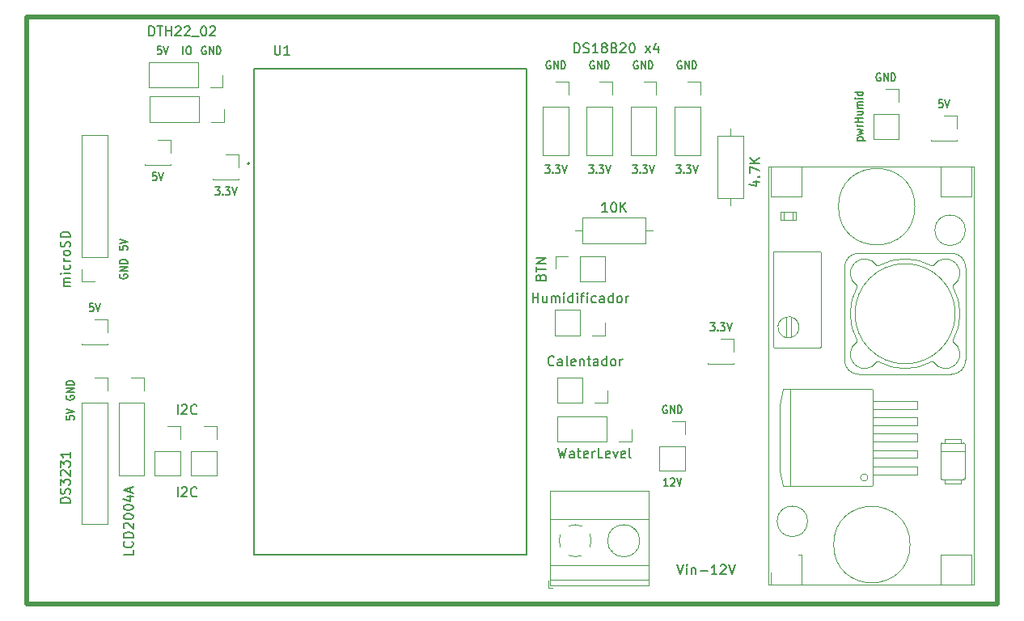
<source format=gbr>
%TF.GenerationSoftware,KiCad,Pcbnew,7.0.1*%
%TF.CreationDate,2023-06-29T12:07:24-05:00*%
%TF.ProjectId,ChocoBox,43686f63-6f42-46f7-982e-6b696361645f,rev?*%
%TF.SameCoordinates,Original*%
%TF.FileFunction,Legend,Top*%
%TF.FilePolarity,Positive*%
%FSLAX46Y46*%
G04 Gerber Fmt 4.6, Leading zero omitted, Abs format (unit mm)*
G04 Created by KiCad (PCBNEW 7.0.1) date 2023-06-29 12:07:24*
%MOMM*%
%LPD*%
G01*
G04 APERTURE LIST*
%ADD10C,0.150000*%
%ADD11C,0.120000*%
%ADD12C,0.127000*%
%ADD13C,0.200000*%
%TA.AperFunction,Profile*%
%ADD14C,0.500000*%
%TD*%
G04 APERTURE END LIST*
D10*
X81188856Y-54915227D02*
X81653142Y-54915227D01*
X81653142Y-54915227D02*
X81403142Y-55239036D01*
X81403142Y-55239036D02*
X81510285Y-55239036D01*
X81510285Y-55239036D02*
X81581714Y-55279512D01*
X81581714Y-55279512D02*
X81617428Y-55319989D01*
X81617428Y-55319989D02*
X81653142Y-55400941D01*
X81653142Y-55400941D02*
X81653142Y-55603322D01*
X81653142Y-55603322D02*
X81617428Y-55684274D01*
X81617428Y-55684274D02*
X81581714Y-55724751D01*
X81581714Y-55724751D02*
X81510285Y-55765227D01*
X81510285Y-55765227D02*
X81295999Y-55765227D01*
X81295999Y-55765227D02*
X81224571Y-55724751D01*
X81224571Y-55724751D02*
X81188856Y-55684274D01*
X81974571Y-55684274D02*
X82010285Y-55724751D01*
X82010285Y-55724751D02*
X81974571Y-55765227D01*
X81974571Y-55765227D02*
X81938857Y-55724751D01*
X81938857Y-55724751D02*
X81974571Y-55684274D01*
X81974571Y-55684274D02*
X81974571Y-55765227D01*
X82260285Y-54915227D02*
X82724571Y-54915227D01*
X82724571Y-54915227D02*
X82474571Y-55239036D01*
X82474571Y-55239036D02*
X82581714Y-55239036D01*
X82581714Y-55239036D02*
X82653143Y-55279512D01*
X82653143Y-55279512D02*
X82688857Y-55319989D01*
X82688857Y-55319989D02*
X82724571Y-55400941D01*
X82724571Y-55400941D02*
X82724571Y-55603322D01*
X82724571Y-55603322D02*
X82688857Y-55684274D01*
X82688857Y-55684274D02*
X82653143Y-55724751D01*
X82653143Y-55724751D02*
X82581714Y-55765227D01*
X82581714Y-55765227D02*
X82367428Y-55765227D01*
X82367428Y-55765227D02*
X82296000Y-55724751D01*
X82296000Y-55724751D02*
X82260285Y-55684274D01*
X82938857Y-54915227D02*
X83188857Y-55765227D01*
X83188857Y-55765227D02*
X83438857Y-54915227D01*
X120304856Y-52629227D02*
X120769142Y-52629227D01*
X120769142Y-52629227D02*
X120519142Y-52953036D01*
X120519142Y-52953036D02*
X120626285Y-52953036D01*
X120626285Y-52953036D02*
X120697714Y-52993512D01*
X120697714Y-52993512D02*
X120733428Y-53033989D01*
X120733428Y-53033989D02*
X120769142Y-53114941D01*
X120769142Y-53114941D02*
X120769142Y-53317322D01*
X120769142Y-53317322D02*
X120733428Y-53398274D01*
X120733428Y-53398274D02*
X120697714Y-53438751D01*
X120697714Y-53438751D02*
X120626285Y-53479227D01*
X120626285Y-53479227D02*
X120411999Y-53479227D01*
X120411999Y-53479227D02*
X120340571Y-53438751D01*
X120340571Y-53438751D02*
X120304856Y-53398274D01*
X121090571Y-53398274D02*
X121126285Y-53438751D01*
X121126285Y-53438751D02*
X121090571Y-53479227D01*
X121090571Y-53479227D02*
X121054857Y-53438751D01*
X121054857Y-53438751D02*
X121090571Y-53398274D01*
X121090571Y-53398274D02*
X121090571Y-53479227D01*
X121376285Y-52629227D02*
X121840571Y-52629227D01*
X121840571Y-52629227D02*
X121590571Y-52953036D01*
X121590571Y-52953036D02*
X121697714Y-52953036D01*
X121697714Y-52953036D02*
X121769143Y-52993512D01*
X121769143Y-52993512D02*
X121804857Y-53033989D01*
X121804857Y-53033989D02*
X121840571Y-53114941D01*
X121840571Y-53114941D02*
X121840571Y-53317322D01*
X121840571Y-53317322D02*
X121804857Y-53398274D01*
X121804857Y-53398274D02*
X121769143Y-53438751D01*
X121769143Y-53438751D02*
X121697714Y-53479227D01*
X121697714Y-53479227D02*
X121483428Y-53479227D01*
X121483428Y-53479227D02*
X121412000Y-53438751D01*
X121412000Y-53438751D02*
X121376285Y-53398274D01*
X122054857Y-52629227D02*
X122304857Y-53479227D01*
X122304857Y-53479227D02*
X122554857Y-52629227D01*
X125412571Y-41747703D02*
X125341143Y-41707227D01*
X125341143Y-41707227D02*
X125234000Y-41707227D01*
X125234000Y-41707227D02*
X125126857Y-41747703D01*
X125126857Y-41747703D02*
X125055428Y-41828655D01*
X125055428Y-41828655D02*
X125019714Y-41909608D01*
X125019714Y-41909608D02*
X124984000Y-42071512D01*
X124984000Y-42071512D02*
X124984000Y-42192941D01*
X124984000Y-42192941D02*
X125019714Y-42354846D01*
X125019714Y-42354846D02*
X125055428Y-42435798D01*
X125055428Y-42435798D02*
X125126857Y-42516751D01*
X125126857Y-42516751D02*
X125234000Y-42557227D01*
X125234000Y-42557227D02*
X125305428Y-42557227D01*
X125305428Y-42557227D02*
X125412571Y-42516751D01*
X125412571Y-42516751D02*
X125448285Y-42476274D01*
X125448285Y-42476274D02*
X125448285Y-42192941D01*
X125448285Y-42192941D02*
X125305428Y-42192941D01*
X125769714Y-42557227D02*
X125769714Y-41707227D01*
X125769714Y-41707227D02*
X126198285Y-42557227D01*
X126198285Y-42557227D02*
X126198285Y-41707227D01*
X126555428Y-42557227D02*
X126555428Y-41707227D01*
X126555428Y-41707227D02*
X126733999Y-41707227D01*
X126733999Y-41707227D02*
X126841142Y-41747703D01*
X126841142Y-41747703D02*
X126912571Y-41828655D01*
X126912571Y-41828655D02*
X126948285Y-41909608D01*
X126948285Y-41909608D02*
X126983999Y-42071512D01*
X126983999Y-42071512D02*
X126983999Y-42192941D01*
X126983999Y-42192941D02*
X126948285Y-42354846D01*
X126948285Y-42354846D02*
X126912571Y-42435798D01*
X126912571Y-42435798D02*
X126841142Y-42516751D01*
X126841142Y-42516751D02*
X126733999Y-42557227D01*
X126733999Y-42557227D02*
X126555428Y-42557227D01*
X128460571Y-77815703D02*
X128389143Y-77775227D01*
X128389143Y-77775227D02*
X128282000Y-77775227D01*
X128282000Y-77775227D02*
X128174857Y-77815703D01*
X128174857Y-77815703D02*
X128103428Y-77896655D01*
X128103428Y-77896655D02*
X128067714Y-77977608D01*
X128067714Y-77977608D02*
X128032000Y-78139512D01*
X128032000Y-78139512D02*
X128032000Y-78260941D01*
X128032000Y-78260941D02*
X128067714Y-78422846D01*
X128067714Y-78422846D02*
X128103428Y-78503798D01*
X128103428Y-78503798D02*
X128174857Y-78584751D01*
X128174857Y-78584751D02*
X128282000Y-78625227D01*
X128282000Y-78625227D02*
X128353428Y-78625227D01*
X128353428Y-78625227D02*
X128460571Y-78584751D01*
X128460571Y-78584751D02*
X128496285Y-78544274D01*
X128496285Y-78544274D02*
X128496285Y-78260941D01*
X128496285Y-78260941D02*
X128353428Y-78260941D01*
X128817714Y-78625227D02*
X128817714Y-77775227D01*
X128817714Y-77775227D02*
X129246285Y-78625227D01*
X129246285Y-78625227D02*
X129246285Y-77775227D01*
X129603428Y-78625227D02*
X129603428Y-77775227D01*
X129603428Y-77775227D02*
X129781999Y-77775227D01*
X129781999Y-77775227D02*
X129889142Y-77815703D01*
X129889142Y-77815703D02*
X129960571Y-77896655D01*
X129960571Y-77896655D02*
X129996285Y-77977608D01*
X129996285Y-77977608D02*
X130031999Y-78139512D01*
X130031999Y-78139512D02*
X130031999Y-78260941D01*
X130031999Y-78260941D02*
X129996285Y-78422846D01*
X129996285Y-78422846D02*
X129960571Y-78503798D01*
X129960571Y-78503798D02*
X129889142Y-78584751D01*
X129889142Y-78584751D02*
X129781999Y-78625227D01*
X129781999Y-78625227D02*
X129603428Y-78625227D01*
X71171227Y-61102856D02*
X71171227Y-61459999D01*
X71171227Y-61459999D02*
X71575989Y-61495713D01*
X71575989Y-61495713D02*
X71535512Y-61459999D01*
X71535512Y-61459999D02*
X71495036Y-61388571D01*
X71495036Y-61388571D02*
X71495036Y-61209999D01*
X71495036Y-61209999D02*
X71535512Y-61138571D01*
X71535512Y-61138571D02*
X71575989Y-61102856D01*
X71575989Y-61102856D02*
X71656941Y-61067142D01*
X71656941Y-61067142D02*
X71859322Y-61067142D01*
X71859322Y-61067142D02*
X71940274Y-61102856D01*
X71940274Y-61102856D02*
X71980751Y-61138571D01*
X71980751Y-61138571D02*
X72021227Y-61209999D01*
X72021227Y-61209999D02*
X72021227Y-61388571D01*
X72021227Y-61388571D02*
X71980751Y-61459999D01*
X71980751Y-61459999D02*
X71940274Y-61495713D01*
X71171227Y-60852856D02*
X72021227Y-60602856D01*
X72021227Y-60602856D02*
X71171227Y-60352856D01*
X68437143Y-67107227D02*
X68080000Y-67107227D01*
X68080000Y-67107227D02*
X68044286Y-67511989D01*
X68044286Y-67511989D02*
X68080000Y-67471512D01*
X68080000Y-67471512D02*
X68151429Y-67431036D01*
X68151429Y-67431036D02*
X68330000Y-67431036D01*
X68330000Y-67431036D02*
X68401429Y-67471512D01*
X68401429Y-67471512D02*
X68437143Y-67511989D01*
X68437143Y-67511989D02*
X68472857Y-67592941D01*
X68472857Y-67592941D02*
X68472857Y-67795322D01*
X68472857Y-67795322D02*
X68437143Y-67876274D01*
X68437143Y-67876274D02*
X68401429Y-67916751D01*
X68401429Y-67916751D02*
X68330000Y-67957227D01*
X68330000Y-67957227D02*
X68151429Y-67957227D01*
X68151429Y-67957227D02*
X68080000Y-67916751D01*
X68080000Y-67916751D02*
X68044286Y-67876274D01*
X68687143Y-67107227D02*
X68937143Y-67957227D01*
X68937143Y-67957227D02*
X69187143Y-67107227D01*
X133004856Y-69139227D02*
X133469142Y-69139227D01*
X133469142Y-69139227D02*
X133219142Y-69463036D01*
X133219142Y-69463036D02*
X133326285Y-69463036D01*
X133326285Y-69463036D02*
X133397714Y-69503512D01*
X133397714Y-69503512D02*
X133433428Y-69543989D01*
X133433428Y-69543989D02*
X133469142Y-69624941D01*
X133469142Y-69624941D02*
X133469142Y-69827322D01*
X133469142Y-69827322D02*
X133433428Y-69908274D01*
X133433428Y-69908274D02*
X133397714Y-69948751D01*
X133397714Y-69948751D02*
X133326285Y-69989227D01*
X133326285Y-69989227D02*
X133111999Y-69989227D01*
X133111999Y-69989227D02*
X133040571Y-69948751D01*
X133040571Y-69948751D02*
X133004856Y-69908274D01*
X133790571Y-69908274D02*
X133826285Y-69948751D01*
X133826285Y-69948751D02*
X133790571Y-69989227D01*
X133790571Y-69989227D02*
X133754857Y-69948751D01*
X133754857Y-69948751D02*
X133790571Y-69908274D01*
X133790571Y-69908274D02*
X133790571Y-69989227D01*
X134076285Y-69139227D02*
X134540571Y-69139227D01*
X134540571Y-69139227D02*
X134290571Y-69463036D01*
X134290571Y-69463036D02*
X134397714Y-69463036D01*
X134397714Y-69463036D02*
X134469143Y-69503512D01*
X134469143Y-69503512D02*
X134504857Y-69543989D01*
X134504857Y-69543989D02*
X134540571Y-69624941D01*
X134540571Y-69624941D02*
X134540571Y-69827322D01*
X134540571Y-69827322D02*
X134504857Y-69908274D01*
X134504857Y-69908274D02*
X134469143Y-69948751D01*
X134469143Y-69948751D02*
X134397714Y-69989227D01*
X134397714Y-69989227D02*
X134183428Y-69989227D01*
X134183428Y-69989227D02*
X134112000Y-69948751D01*
X134112000Y-69948751D02*
X134076285Y-69908274D01*
X134754857Y-69139227D02*
X135004857Y-69989227D01*
X135004857Y-69989227D02*
X135254857Y-69139227D01*
X128567714Y-86245227D02*
X128139143Y-86245227D01*
X128353428Y-86245227D02*
X128353428Y-85395227D01*
X128353428Y-85395227D02*
X128282000Y-85516655D01*
X128282000Y-85516655D02*
X128210571Y-85597608D01*
X128210571Y-85597608D02*
X128139143Y-85638084D01*
X128853429Y-85476179D02*
X128889143Y-85435703D01*
X128889143Y-85435703D02*
X128960572Y-85395227D01*
X128960572Y-85395227D02*
X129139143Y-85395227D01*
X129139143Y-85395227D02*
X129210572Y-85435703D01*
X129210572Y-85435703D02*
X129246286Y-85476179D01*
X129246286Y-85476179D02*
X129282000Y-85557131D01*
X129282000Y-85557131D02*
X129282000Y-85638084D01*
X129282000Y-85638084D02*
X129246286Y-85759512D01*
X129246286Y-85759512D02*
X128817714Y-86245227D01*
X128817714Y-86245227D02*
X129282000Y-86245227D01*
X129496286Y-85395227D02*
X129746286Y-86245227D01*
X129746286Y-86245227D02*
X129996286Y-85395227D01*
X157337143Y-45771227D02*
X156980000Y-45771227D01*
X156980000Y-45771227D02*
X156944286Y-46175989D01*
X156944286Y-46175989D02*
X156980000Y-46135512D01*
X156980000Y-46135512D02*
X157051429Y-46095036D01*
X157051429Y-46095036D02*
X157230000Y-46095036D01*
X157230000Y-46095036D02*
X157301429Y-46135512D01*
X157301429Y-46135512D02*
X157337143Y-46175989D01*
X157337143Y-46175989D02*
X157372857Y-46256941D01*
X157372857Y-46256941D02*
X157372857Y-46459322D01*
X157372857Y-46459322D02*
X157337143Y-46540274D01*
X157337143Y-46540274D02*
X157301429Y-46580751D01*
X157301429Y-46580751D02*
X157230000Y-46621227D01*
X157230000Y-46621227D02*
X157051429Y-46621227D01*
X157051429Y-46621227D02*
X156980000Y-46580751D01*
X156980000Y-46580751D02*
X156944286Y-46540274D01*
X157587143Y-45771227D02*
X157837143Y-46621227D01*
X157837143Y-46621227D02*
X158087143Y-45771227D01*
X65583227Y-78882856D02*
X65583227Y-79239999D01*
X65583227Y-79239999D02*
X65987989Y-79275713D01*
X65987989Y-79275713D02*
X65947512Y-79239999D01*
X65947512Y-79239999D02*
X65907036Y-79168571D01*
X65907036Y-79168571D02*
X65907036Y-78989999D01*
X65907036Y-78989999D02*
X65947512Y-78918571D01*
X65947512Y-78918571D02*
X65987989Y-78882856D01*
X65987989Y-78882856D02*
X66068941Y-78847142D01*
X66068941Y-78847142D02*
X66271322Y-78847142D01*
X66271322Y-78847142D02*
X66352274Y-78882856D01*
X66352274Y-78882856D02*
X66392751Y-78918571D01*
X66392751Y-78918571D02*
X66433227Y-78989999D01*
X66433227Y-78989999D02*
X66433227Y-79168571D01*
X66433227Y-79168571D02*
X66392751Y-79239999D01*
X66392751Y-79239999D02*
X66352274Y-79275713D01*
X65583227Y-78632856D02*
X66433227Y-78382856D01*
X66433227Y-78382856D02*
X65583227Y-78132856D01*
X71211703Y-64071428D02*
X71171227Y-64142857D01*
X71171227Y-64142857D02*
X71171227Y-64249999D01*
X71171227Y-64249999D02*
X71211703Y-64357142D01*
X71211703Y-64357142D02*
X71292655Y-64428571D01*
X71292655Y-64428571D02*
X71373608Y-64464285D01*
X71373608Y-64464285D02*
X71535512Y-64499999D01*
X71535512Y-64499999D02*
X71656941Y-64499999D01*
X71656941Y-64499999D02*
X71818846Y-64464285D01*
X71818846Y-64464285D02*
X71899798Y-64428571D01*
X71899798Y-64428571D02*
X71980751Y-64357142D01*
X71980751Y-64357142D02*
X72021227Y-64249999D01*
X72021227Y-64249999D02*
X72021227Y-64178571D01*
X72021227Y-64178571D02*
X71980751Y-64071428D01*
X71980751Y-64071428D02*
X71940274Y-64035714D01*
X71940274Y-64035714D02*
X71656941Y-64035714D01*
X71656941Y-64035714D02*
X71656941Y-64178571D01*
X72021227Y-63714285D02*
X71171227Y-63714285D01*
X71171227Y-63714285D02*
X72021227Y-63285714D01*
X72021227Y-63285714D02*
X71171227Y-63285714D01*
X72021227Y-62928571D02*
X71171227Y-62928571D01*
X71171227Y-62928571D02*
X71171227Y-62750000D01*
X71171227Y-62750000D02*
X71211703Y-62642857D01*
X71211703Y-62642857D02*
X71292655Y-62571428D01*
X71292655Y-62571428D02*
X71373608Y-62535714D01*
X71373608Y-62535714D02*
X71535512Y-62500000D01*
X71535512Y-62500000D02*
X71656941Y-62500000D01*
X71656941Y-62500000D02*
X71818846Y-62535714D01*
X71818846Y-62535714D02*
X71899798Y-62571428D01*
X71899798Y-62571428D02*
X71980751Y-62642857D01*
X71980751Y-62642857D02*
X72021227Y-62750000D01*
X72021227Y-62750000D02*
X72021227Y-62928571D01*
X65623703Y-76771428D02*
X65583227Y-76842857D01*
X65583227Y-76842857D02*
X65583227Y-76949999D01*
X65583227Y-76949999D02*
X65623703Y-77057142D01*
X65623703Y-77057142D02*
X65704655Y-77128571D01*
X65704655Y-77128571D02*
X65785608Y-77164285D01*
X65785608Y-77164285D02*
X65947512Y-77199999D01*
X65947512Y-77199999D02*
X66068941Y-77199999D01*
X66068941Y-77199999D02*
X66230846Y-77164285D01*
X66230846Y-77164285D02*
X66311798Y-77128571D01*
X66311798Y-77128571D02*
X66392751Y-77057142D01*
X66392751Y-77057142D02*
X66433227Y-76949999D01*
X66433227Y-76949999D02*
X66433227Y-76878571D01*
X66433227Y-76878571D02*
X66392751Y-76771428D01*
X66392751Y-76771428D02*
X66352274Y-76735714D01*
X66352274Y-76735714D02*
X66068941Y-76735714D01*
X66068941Y-76735714D02*
X66068941Y-76878571D01*
X66433227Y-76414285D02*
X65583227Y-76414285D01*
X65583227Y-76414285D02*
X66433227Y-75985714D01*
X66433227Y-75985714D02*
X65583227Y-75985714D01*
X66433227Y-75628571D02*
X65583227Y-75628571D01*
X65583227Y-75628571D02*
X65583227Y-75450000D01*
X65583227Y-75450000D02*
X65623703Y-75342857D01*
X65623703Y-75342857D02*
X65704655Y-75271428D01*
X65704655Y-75271428D02*
X65785608Y-75235714D01*
X65785608Y-75235714D02*
X65947512Y-75200000D01*
X65947512Y-75200000D02*
X66068941Y-75200000D01*
X66068941Y-75200000D02*
X66230846Y-75235714D01*
X66230846Y-75235714D02*
X66311798Y-75271428D01*
X66311798Y-75271428D02*
X66392751Y-75342857D01*
X66392751Y-75342857D02*
X66433227Y-75450000D01*
X66433227Y-75450000D02*
X66433227Y-75628571D01*
X80200571Y-40223703D02*
X80129143Y-40183227D01*
X80129143Y-40183227D02*
X80022000Y-40183227D01*
X80022000Y-40183227D02*
X79914857Y-40223703D01*
X79914857Y-40223703D02*
X79843428Y-40304655D01*
X79843428Y-40304655D02*
X79807714Y-40385608D01*
X79807714Y-40385608D02*
X79772000Y-40547512D01*
X79772000Y-40547512D02*
X79772000Y-40668941D01*
X79772000Y-40668941D02*
X79807714Y-40830846D01*
X79807714Y-40830846D02*
X79843428Y-40911798D01*
X79843428Y-40911798D02*
X79914857Y-40992751D01*
X79914857Y-40992751D02*
X80022000Y-41033227D01*
X80022000Y-41033227D02*
X80093428Y-41033227D01*
X80093428Y-41033227D02*
X80200571Y-40992751D01*
X80200571Y-40992751D02*
X80236285Y-40952274D01*
X80236285Y-40952274D02*
X80236285Y-40668941D01*
X80236285Y-40668941D02*
X80093428Y-40668941D01*
X80557714Y-41033227D02*
X80557714Y-40183227D01*
X80557714Y-40183227D02*
X80986285Y-41033227D01*
X80986285Y-41033227D02*
X80986285Y-40183227D01*
X81343428Y-41033227D02*
X81343428Y-40183227D01*
X81343428Y-40183227D02*
X81521999Y-40183227D01*
X81521999Y-40183227D02*
X81629142Y-40223703D01*
X81629142Y-40223703D02*
X81700571Y-40304655D01*
X81700571Y-40304655D02*
X81736285Y-40385608D01*
X81736285Y-40385608D02*
X81771999Y-40547512D01*
X81771999Y-40547512D02*
X81771999Y-40668941D01*
X81771999Y-40668941D02*
X81736285Y-40830846D01*
X81736285Y-40830846D02*
X81700571Y-40911798D01*
X81700571Y-40911798D02*
X81629142Y-40992751D01*
X81629142Y-40992751D02*
X81521999Y-41033227D01*
X81521999Y-41033227D02*
X81343428Y-41033227D01*
X77839143Y-41033227D02*
X77839143Y-40183227D01*
X78339143Y-40183227D02*
X78482000Y-40183227D01*
X78482000Y-40183227D02*
X78553429Y-40223703D01*
X78553429Y-40223703D02*
X78624857Y-40304655D01*
X78624857Y-40304655D02*
X78660572Y-40466560D01*
X78660572Y-40466560D02*
X78660572Y-40749893D01*
X78660572Y-40749893D02*
X78624857Y-40911798D01*
X78624857Y-40911798D02*
X78553429Y-40992751D01*
X78553429Y-40992751D02*
X78482000Y-41033227D01*
X78482000Y-41033227D02*
X78339143Y-41033227D01*
X78339143Y-41033227D02*
X78267715Y-40992751D01*
X78267715Y-40992751D02*
X78196286Y-40911798D01*
X78196286Y-40911798D02*
X78160572Y-40749893D01*
X78160572Y-40749893D02*
X78160572Y-40466560D01*
X78160572Y-40466560D02*
X78196286Y-40304655D01*
X78196286Y-40304655D02*
X78267715Y-40223703D01*
X78267715Y-40223703D02*
X78339143Y-40183227D01*
X150812571Y-43017703D02*
X150741143Y-42977227D01*
X150741143Y-42977227D02*
X150634000Y-42977227D01*
X150634000Y-42977227D02*
X150526857Y-43017703D01*
X150526857Y-43017703D02*
X150455428Y-43098655D01*
X150455428Y-43098655D02*
X150419714Y-43179608D01*
X150419714Y-43179608D02*
X150384000Y-43341512D01*
X150384000Y-43341512D02*
X150384000Y-43462941D01*
X150384000Y-43462941D02*
X150419714Y-43624846D01*
X150419714Y-43624846D02*
X150455428Y-43705798D01*
X150455428Y-43705798D02*
X150526857Y-43786751D01*
X150526857Y-43786751D02*
X150634000Y-43827227D01*
X150634000Y-43827227D02*
X150705428Y-43827227D01*
X150705428Y-43827227D02*
X150812571Y-43786751D01*
X150812571Y-43786751D02*
X150848285Y-43746274D01*
X150848285Y-43746274D02*
X150848285Y-43462941D01*
X150848285Y-43462941D02*
X150705428Y-43462941D01*
X151169714Y-43827227D02*
X151169714Y-42977227D01*
X151169714Y-42977227D02*
X151598285Y-43827227D01*
X151598285Y-43827227D02*
X151598285Y-42977227D01*
X151955428Y-43827227D02*
X151955428Y-42977227D01*
X151955428Y-42977227D02*
X152133999Y-42977227D01*
X152133999Y-42977227D02*
X152241142Y-43017703D01*
X152241142Y-43017703D02*
X152312571Y-43098655D01*
X152312571Y-43098655D02*
X152348285Y-43179608D01*
X152348285Y-43179608D02*
X152383999Y-43341512D01*
X152383999Y-43341512D02*
X152383999Y-43462941D01*
X152383999Y-43462941D02*
X152348285Y-43624846D01*
X152348285Y-43624846D02*
X152312571Y-43705798D01*
X152312571Y-43705798D02*
X152241142Y-43786751D01*
X152241142Y-43786751D02*
X152133999Y-43827227D01*
X152133999Y-43827227D02*
X151955428Y-43827227D01*
X115254809Y-64333333D02*
X115302428Y-64190476D01*
X115302428Y-64190476D02*
X115350047Y-64142857D01*
X115350047Y-64142857D02*
X115445285Y-64095238D01*
X115445285Y-64095238D02*
X115588142Y-64095238D01*
X115588142Y-64095238D02*
X115683380Y-64142857D01*
X115683380Y-64142857D02*
X115731000Y-64190476D01*
X115731000Y-64190476D02*
X115778619Y-64285714D01*
X115778619Y-64285714D02*
X115778619Y-64666666D01*
X115778619Y-64666666D02*
X114778619Y-64666666D01*
X114778619Y-64666666D02*
X114778619Y-64333333D01*
X114778619Y-64333333D02*
X114826238Y-64238095D01*
X114826238Y-64238095D02*
X114873857Y-64190476D01*
X114873857Y-64190476D02*
X114969095Y-64142857D01*
X114969095Y-64142857D02*
X115064333Y-64142857D01*
X115064333Y-64142857D02*
X115159571Y-64190476D01*
X115159571Y-64190476D02*
X115207190Y-64238095D01*
X115207190Y-64238095D02*
X115254809Y-64333333D01*
X115254809Y-64333333D02*
X115254809Y-64666666D01*
X114778619Y-63809523D02*
X114778619Y-63238095D01*
X115778619Y-63523809D02*
X114778619Y-63523809D01*
X115778619Y-62904761D02*
X114778619Y-62904761D01*
X114778619Y-62904761D02*
X115778619Y-62333333D01*
X115778619Y-62333333D02*
X114778619Y-62333333D01*
X118785238Y-40848619D02*
X118785238Y-39848619D01*
X118785238Y-39848619D02*
X119023333Y-39848619D01*
X119023333Y-39848619D02*
X119166190Y-39896238D01*
X119166190Y-39896238D02*
X119261428Y-39991476D01*
X119261428Y-39991476D02*
X119309047Y-40086714D01*
X119309047Y-40086714D02*
X119356666Y-40277190D01*
X119356666Y-40277190D02*
X119356666Y-40420047D01*
X119356666Y-40420047D02*
X119309047Y-40610523D01*
X119309047Y-40610523D02*
X119261428Y-40705761D01*
X119261428Y-40705761D02*
X119166190Y-40801000D01*
X119166190Y-40801000D02*
X119023333Y-40848619D01*
X119023333Y-40848619D02*
X118785238Y-40848619D01*
X119737619Y-40801000D02*
X119880476Y-40848619D01*
X119880476Y-40848619D02*
X120118571Y-40848619D01*
X120118571Y-40848619D02*
X120213809Y-40801000D01*
X120213809Y-40801000D02*
X120261428Y-40753380D01*
X120261428Y-40753380D02*
X120309047Y-40658142D01*
X120309047Y-40658142D02*
X120309047Y-40562904D01*
X120309047Y-40562904D02*
X120261428Y-40467666D01*
X120261428Y-40467666D02*
X120213809Y-40420047D01*
X120213809Y-40420047D02*
X120118571Y-40372428D01*
X120118571Y-40372428D02*
X119928095Y-40324809D01*
X119928095Y-40324809D02*
X119832857Y-40277190D01*
X119832857Y-40277190D02*
X119785238Y-40229571D01*
X119785238Y-40229571D02*
X119737619Y-40134333D01*
X119737619Y-40134333D02*
X119737619Y-40039095D01*
X119737619Y-40039095D02*
X119785238Y-39943857D01*
X119785238Y-39943857D02*
X119832857Y-39896238D01*
X119832857Y-39896238D02*
X119928095Y-39848619D01*
X119928095Y-39848619D02*
X120166190Y-39848619D01*
X120166190Y-39848619D02*
X120309047Y-39896238D01*
X121261428Y-40848619D02*
X120690000Y-40848619D01*
X120975714Y-40848619D02*
X120975714Y-39848619D01*
X120975714Y-39848619D02*
X120880476Y-39991476D01*
X120880476Y-39991476D02*
X120785238Y-40086714D01*
X120785238Y-40086714D02*
X120690000Y-40134333D01*
X121832857Y-40277190D02*
X121737619Y-40229571D01*
X121737619Y-40229571D02*
X121690000Y-40181952D01*
X121690000Y-40181952D02*
X121642381Y-40086714D01*
X121642381Y-40086714D02*
X121642381Y-40039095D01*
X121642381Y-40039095D02*
X121690000Y-39943857D01*
X121690000Y-39943857D02*
X121737619Y-39896238D01*
X121737619Y-39896238D02*
X121832857Y-39848619D01*
X121832857Y-39848619D02*
X122023333Y-39848619D01*
X122023333Y-39848619D02*
X122118571Y-39896238D01*
X122118571Y-39896238D02*
X122166190Y-39943857D01*
X122166190Y-39943857D02*
X122213809Y-40039095D01*
X122213809Y-40039095D02*
X122213809Y-40086714D01*
X122213809Y-40086714D02*
X122166190Y-40181952D01*
X122166190Y-40181952D02*
X122118571Y-40229571D01*
X122118571Y-40229571D02*
X122023333Y-40277190D01*
X122023333Y-40277190D02*
X121832857Y-40277190D01*
X121832857Y-40277190D02*
X121737619Y-40324809D01*
X121737619Y-40324809D02*
X121690000Y-40372428D01*
X121690000Y-40372428D02*
X121642381Y-40467666D01*
X121642381Y-40467666D02*
X121642381Y-40658142D01*
X121642381Y-40658142D02*
X121690000Y-40753380D01*
X121690000Y-40753380D02*
X121737619Y-40801000D01*
X121737619Y-40801000D02*
X121832857Y-40848619D01*
X121832857Y-40848619D02*
X122023333Y-40848619D01*
X122023333Y-40848619D02*
X122118571Y-40801000D01*
X122118571Y-40801000D02*
X122166190Y-40753380D01*
X122166190Y-40753380D02*
X122213809Y-40658142D01*
X122213809Y-40658142D02*
X122213809Y-40467666D01*
X122213809Y-40467666D02*
X122166190Y-40372428D01*
X122166190Y-40372428D02*
X122118571Y-40324809D01*
X122118571Y-40324809D02*
X122023333Y-40277190D01*
X122975714Y-40324809D02*
X123118571Y-40372428D01*
X123118571Y-40372428D02*
X123166190Y-40420047D01*
X123166190Y-40420047D02*
X123213809Y-40515285D01*
X123213809Y-40515285D02*
X123213809Y-40658142D01*
X123213809Y-40658142D02*
X123166190Y-40753380D01*
X123166190Y-40753380D02*
X123118571Y-40801000D01*
X123118571Y-40801000D02*
X123023333Y-40848619D01*
X123023333Y-40848619D02*
X122642381Y-40848619D01*
X122642381Y-40848619D02*
X122642381Y-39848619D01*
X122642381Y-39848619D02*
X122975714Y-39848619D01*
X122975714Y-39848619D02*
X123070952Y-39896238D01*
X123070952Y-39896238D02*
X123118571Y-39943857D01*
X123118571Y-39943857D02*
X123166190Y-40039095D01*
X123166190Y-40039095D02*
X123166190Y-40134333D01*
X123166190Y-40134333D02*
X123118571Y-40229571D01*
X123118571Y-40229571D02*
X123070952Y-40277190D01*
X123070952Y-40277190D02*
X122975714Y-40324809D01*
X122975714Y-40324809D02*
X122642381Y-40324809D01*
X123594762Y-39943857D02*
X123642381Y-39896238D01*
X123642381Y-39896238D02*
X123737619Y-39848619D01*
X123737619Y-39848619D02*
X123975714Y-39848619D01*
X123975714Y-39848619D02*
X124070952Y-39896238D01*
X124070952Y-39896238D02*
X124118571Y-39943857D01*
X124118571Y-39943857D02*
X124166190Y-40039095D01*
X124166190Y-40039095D02*
X124166190Y-40134333D01*
X124166190Y-40134333D02*
X124118571Y-40277190D01*
X124118571Y-40277190D02*
X123547143Y-40848619D01*
X123547143Y-40848619D02*
X124166190Y-40848619D01*
X124785238Y-39848619D02*
X124880476Y-39848619D01*
X124880476Y-39848619D02*
X124975714Y-39896238D01*
X124975714Y-39896238D02*
X125023333Y-39943857D01*
X125023333Y-39943857D02*
X125070952Y-40039095D01*
X125070952Y-40039095D02*
X125118571Y-40229571D01*
X125118571Y-40229571D02*
X125118571Y-40467666D01*
X125118571Y-40467666D02*
X125070952Y-40658142D01*
X125070952Y-40658142D02*
X125023333Y-40753380D01*
X125023333Y-40753380D02*
X124975714Y-40801000D01*
X124975714Y-40801000D02*
X124880476Y-40848619D01*
X124880476Y-40848619D02*
X124785238Y-40848619D01*
X124785238Y-40848619D02*
X124690000Y-40801000D01*
X124690000Y-40801000D02*
X124642381Y-40753380D01*
X124642381Y-40753380D02*
X124594762Y-40658142D01*
X124594762Y-40658142D02*
X124547143Y-40467666D01*
X124547143Y-40467666D02*
X124547143Y-40229571D01*
X124547143Y-40229571D02*
X124594762Y-40039095D01*
X124594762Y-40039095D02*
X124642381Y-39943857D01*
X124642381Y-39943857D02*
X124690000Y-39896238D01*
X124690000Y-39896238D02*
X124785238Y-39848619D01*
X126213810Y-40848619D02*
X126737619Y-40181952D01*
X126213810Y-40181952D02*
X126737619Y-40848619D01*
X127547143Y-40181952D02*
X127547143Y-40848619D01*
X127309048Y-39801000D02*
X127070953Y-40515285D01*
X127070953Y-40515285D02*
X127690000Y-40515285D01*
X75041143Y-53391227D02*
X74684000Y-53391227D01*
X74684000Y-53391227D02*
X74648286Y-53795989D01*
X74648286Y-53795989D02*
X74684000Y-53755512D01*
X74684000Y-53755512D02*
X74755429Y-53715036D01*
X74755429Y-53715036D02*
X74934000Y-53715036D01*
X74934000Y-53715036D02*
X75005429Y-53755512D01*
X75005429Y-53755512D02*
X75041143Y-53795989D01*
X75041143Y-53795989D02*
X75076857Y-53876941D01*
X75076857Y-53876941D02*
X75076857Y-54079322D01*
X75076857Y-54079322D02*
X75041143Y-54160274D01*
X75041143Y-54160274D02*
X75005429Y-54200751D01*
X75005429Y-54200751D02*
X74934000Y-54241227D01*
X74934000Y-54241227D02*
X74755429Y-54241227D01*
X74755429Y-54241227D02*
X74684000Y-54200751D01*
X74684000Y-54200751D02*
X74648286Y-54160274D01*
X75291143Y-53391227D02*
X75541143Y-54241227D01*
X75541143Y-54241227D02*
X75791143Y-53391227D01*
X115732856Y-52629227D02*
X116197142Y-52629227D01*
X116197142Y-52629227D02*
X115947142Y-52953036D01*
X115947142Y-52953036D02*
X116054285Y-52953036D01*
X116054285Y-52953036D02*
X116125714Y-52993512D01*
X116125714Y-52993512D02*
X116161428Y-53033989D01*
X116161428Y-53033989D02*
X116197142Y-53114941D01*
X116197142Y-53114941D02*
X116197142Y-53317322D01*
X116197142Y-53317322D02*
X116161428Y-53398274D01*
X116161428Y-53398274D02*
X116125714Y-53438751D01*
X116125714Y-53438751D02*
X116054285Y-53479227D01*
X116054285Y-53479227D02*
X115839999Y-53479227D01*
X115839999Y-53479227D02*
X115768571Y-53438751D01*
X115768571Y-53438751D02*
X115732856Y-53398274D01*
X116518571Y-53398274D02*
X116554285Y-53438751D01*
X116554285Y-53438751D02*
X116518571Y-53479227D01*
X116518571Y-53479227D02*
X116482857Y-53438751D01*
X116482857Y-53438751D02*
X116518571Y-53398274D01*
X116518571Y-53398274D02*
X116518571Y-53479227D01*
X116804285Y-52629227D02*
X117268571Y-52629227D01*
X117268571Y-52629227D02*
X117018571Y-52953036D01*
X117018571Y-52953036D02*
X117125714Y-52953036D01*
X117125714Y-52953036D02*
X117197143Y-52993512D01*
X117197143Y-52993512D02*
X117232857Y-53033989D01*
X117232857Y-53033989D02*
X117268571Y-53114941D01*
X117268571Y-53114941D02*
X117268571Y-53317322D01*
X117268571Y-53317322D02*
X117232857Y-53398274D01*
X117232857Y-53398274D02*
X117197143Y-53438751D01*
X117197143Y-53438751D02*
X117125714Y-53479227D01*
X117125714Y-53479227D02*
X116911428Y-53479227D01*
X116911428Y-53479227D02*
X116840000Y-53438751D01*
X116840000Y-53438751D02*
X116804285Y-53398274D01*
X117482857Y-52629227D02*
X117732857Y-53479227D01*
X117732857Y-53479227D02*
X117982857Y-52629227D01*
X120840571Y-41747703D02*
X120769143Y-41707227D01*
X120769143Y-41707227D02*
X120662000Y-41707227D01*
X120662000Y-41707227D02*
X120554857Y-41747703D01*
X120554857Y-41747703D02*
X120483428Y-41828655D01*
X120483428Y-41828655D02*
X120447714Y-41909608D01*
X120447714Y-41909608D02*
X120412000Y-42071512D01*
X120412000Y-42071512D02*
X120412000Y-42192941D01*
X120412000Y-42192941D02*
X120447714Y-42354846D01*
X120447714Y-42354846D02*
X120483428Y-42435798D01*
X120483428Y-42435798D02*
X120554857Y-42516751D01*
X120554857Y-42516751D02*
X120662000Y-42557227D01*
X120662000Y-42557227D02*
X120733428Y-42557227D01*
X120733428Y-42557227D02*
X120840571Y-42516751D01*
X120840571Y-42516751D02*
X120876285Y-42476274D01*
X120876285Y-42476274D02*
X120876285Y-42192941D01*
X120876285Y-42192941D02*
X120733428Y-42192941D01*
X121197714Y-42557227D02*
X121197714Y-41707227D01*
X121197714Y-41707227D02*
X121626285Y-42557227D01*
X121626285Y-42557227D02*
X121626285Y-41707227D01*
X121983428Y-42557227D02*
X121983428Y-41707227D01*
X121983428Y-41707227D02*
X122161999Y-41707227D01*
X122161999Y-41707227D02*
X122269142Y-41747703D01*
X122269142Y-41747703D02*
X122340571Y-41828655D01*
X122340571Y-41828655D02*
X122376285Y-41909608D01*
X122376285Y-41909608D02*
X122411999Y-42071512D01*
X122411999Y-42071512D02*
X122411999Y-42192941D01*
X122411999Y-42192941D02*
X122376285Y-42354846D01*
X122376285Y-42354846D02*
X122340571Y-42435798D01*
X122340571Y-42435798D02*
X122269142Y-42516751D01*
X122269142Y-42516751D02*
X122161999Y-42557227D01*
X122161999Y-42557227D02*
X121983428Y-42557227D01*
X129984571Y-41747703D02*
X129913143Y-41707227D01*
X129913143Y-41707227D02*
X129806000Y-41707227D01*
X129806000Y-41707227D02*
X129698857Y-41747703D01*
X129698857Y-41747703D02*
X129627428Y-41828655D01*
X129627428Y-41828655D02*
X129591714Y-41909608D01*
X129591714Y-41909608D02*
X129556000Y-42071512D01*
X129556000Y-42071512D02*
X129556000Y-42192941D01*
X129556000Y-42192941D02*
X129591714Y-42354846D01*
X129591714Y-42354846D02*
X129627428Y-42435798D01*
X129627428Y-42435798D02*
X129698857Y-42516751D01*
X129698857Y-42516751D02*
X129806000Y-42557227D01*
X129806000Y-42557227D02*
X129877428Y-42557227D01*
X129877428Y-42557227D02*
X129984571Y-42516751D01*
X129984571Y-42516751D02*
X130020285Y-42476274D01*
X130020285Y-42476274D02*
X130020285Y-42192941D01*
X130020285Y-42192941D02*
X129877428Y-42192941D01*
X130341714Y-42557227D02*
X130341714Y-41707227D01*
X130341714Y-41707227D02*
X130770285Y-42557227D01*
X130770285Y-42557227D02*
X130770285Y-41707227D01*
X131127428Y-42557227D02*
X131127428Y-41707227D01*
X131127428Y-41707227D02*
X131305999Y-41707227D01*
X131305999Y-41707227D02*
X131413142Y-41747703D01*
X131413142Y-41747703D02*
X131484571Y-41828655D01*
X131484571Y-41828655D02*
X131520285Y-41909608D01*
X131520285Y-41909608D02*
X131555999Y-42071512D01*
X131555999Y-42071512D02*
X131555999Y-42192941D01*
X131555999Y-42192941D02*
X131520285Y-42354846D01*
X131520285Y-42354846D02*
X131484571Y-42435798D01*
X131484571Y-42435798D02*
X131413142Y-42516751D01*
X131413142Y-42516751D02*
X131305999Y-42557227D01*
X131305999Y-42557227D02*
X131127428Y-42557227D01*
X148416560Y-50033713D02*
X149266560Y-50033713D01*
X148457036Y-50033713D02*
X148416560Y-49962285D01*
X148416560Y-49962285D02*
X148416560Y-49819427D01*
X148416560Y-49819427D02*
X148457036Y-49747999D01*
X148457036Y-49747999D02*
X148497512Y-49712285D01*
X148497512Y-49712285D02*
X148578465Y-49676570D01*
X148578465Y-49676570D02*
X148821322Y-49676570D01*
X148821322Y-49676570D02*
X148902274Y-49712285D01*
X148902274Y-49712285D02*
X148942751Y-49747999D01*
X148942751Y-49747999D02*
X148983227Y-49819427D01*
X148983227Y-49819427D02*
X148983227Y-49962285D01*
X148983227Y-49962285D02*
X148942751Y-50033713D01*
X148416560Y-49426571D02*
X148983227Y-49283714D01*
X148983227Y-49283714D02*
X148578465Y-49140856D01*
X148578465Y-49140856D02*
X148983227Y-48997999D01*
X148983227Y-48997999D02*
X148416560Y-48855142D01*
X148983227Y-48569428D02*
X148416560Y-48569428D01*
X148578465Y-48569428D02*
X148497512Y-48533714D01*
X148497512Y-48533714D02*
X148457036Y-48498000D01*
X148457036Y-48498000D02*
X148416560Y-48426571D01*
X148416560Y-48426571D02*
X148416560Y-48355142D01*
X148983227Y-48105142D02*
X148133227Y-48105142D01*
X148537989Y-48105142D02*
X148537989Y-47676571D01*
X148983227Y-47676571D02*
X148133227Y-47676571D01*
X148416560Y-46998000D02*
X148983227Y-46998000D01*
X148416560Y-47319428D02*
X148861798Y-47319428D01*
X148861798Y-47319428D02*
X148942751Y-47283714D01*
X148942751Y-47283714D02*
X148983227Y-47212285D01*
X148983227Y-47212285D02*
X148983227Y-47105142D01*
X148983227Y-47105142D02*
X148942751Y-47033714D01*
X148942751Y-47033714D02*
X148902274Y-46998000D01*
X148983227Y-46640857D02*
X148416560Y-46640857D01*
X148497512Y-46640857D02*
X148457036Y-46605143D01*
X148457036Y-46605143D02*
X148416560Y-46533714D01*
X148416560Y-46533714D02*
X148416560Y-46426571D01*
X148416560Y-46426571D02*
X148457036Y-46355143D01*
X148457036Y-46355143D02*
X148537989Y-46319429D01*
X148537989Y-46319429D02*
X148983227Y-46319429D01*
X148537989Y-46319429D02*
X148457036Y-46283714D01*
X148457036Y-46283714D02*
X148416560Y-46212286D01*
X148416560Y-46212286D02*
X148416560Y-46105143D01*
X148416560Y-46105143D02*
X148457036Y-46033714D01*
X148457036Y-46033714D02*
X148537989Y-45998000D01*
X148537989Y-45998000D02*
X148983227Y-45998000D01*
X148983227Y-45640857D02*
X148416560Y-45640857D01*
X148133227Y-45640857D02*
X148173703Y-45676571D01*
X148173703Y-45676571D02*
X148214179Y-45640857D01*
X148214179Y-45640857D02*
X148173703Y-45605143D01*
X148173703Y-45605143D02*
X148133227Y-45640857D01*
X148133227Y-45640857D02*
X148214179Y-45640857D01*
X148983227Y-44962286D02*
X148133227Y-44962286D01*
X148942751Y-44962286D02*
X148983227Y-45033714D01*
X148983227Y-45033714D02*
X148983227Y-45176571D01*
X148983227Y-45176571D02*
X148942751Y-45248000D01*
X148942751Y-45248000D02*
X148902274Y-45283714D01*
X148902274Y-45283714D02*
X148821322Y-45319428D01*
X148821322Y-45319428D02*
X148578465Y-45319428D01*
X148578465Y-45319428D02*
X148497512Y-45283714D01*
X148497512Y-45283714D02*
X148457036Y-45248000D01*
X148457036Y-45248000D02*
X148416560Y-45176571D01*
X148416560Y-45176571D02*
X148416560Y-45033714D01*
X148416560Y-45033714D02*
X148457036Y-44962286D01*
X124876856Y-52629227D02*
X125341142Y-52629227D01*
X125341142Y-52629227D02*
X125091142Y-52953036D01*
X125091142Y-52953036D02*
X125198285Y-52953036D01*
X125198285Y-52953036D02*
X125269714Y-52993512D01*
X125269714Y-52993512D02*
X125305428Y-53033989D01*
X125305428Y-53033989D02*
X125341142Y-53114941D01*
X125341142Y-53114941D02*
X125341142Y-53317322D01*
X125341142Y-53317322D02*
X125305428Y-53398274D01*
X125305428Y-53398274D02*
X125269714Y-53438751D01*
X125269714Y-53438751D02*
X125198285Y-53479227D01*
X125198285Y-53479227D02*
X124983999Y-53479227D01*
X124983999Y-53479227D02*
X124912571Y-53438751D01*
X124912571Y-53438751D02*
X124876856Y-53398274D01*
X125662571Y-53398274D02*
X125698285Y-53438751D01*
X125698285Y-53438751D02*
X125662571Y-53479227D01*
X125662571Y-53479227D02*
X125626857Y-53438751D01*
X125626857Y-53438751D02*
X125662571Y-53398274D01*
X125662571Y-53398274D02*
X125662571Y-53479227D01*
X125948285Y-52629227D02*
X126412571Y-52629227D01*
X126412571Y-52629227D02*
X126162571Y-52953036D01*
X126162571Y-52953036D02*
X126269714Y-52953036D01*
X126269714Y-52953036D02*
X126341143Y-52993512D01*
X126341143Y-52993512D02*
X126376857Y-53033989D01*
X126376857Y-53033989D02*
X126412571Y-53114941D01*
X126412571Y-53114941D02*
X126412571Y-53317322D01*
X126412571Y-53317322D02*
X126376857Y-53398274D01*
X126376857Y-53398274D02*
X126341143Y-53438751D01*
X126341143Y-53438751D02*
X126269714Y-53479227D01*
X126269714Y-53479227D02*
X126055428Y-53479227D01*
X126055428Y-53479227D02*
X125984000Y-53438751D01*
X125984000Y-53438751D02*
X125948285Y-53398274D01*
X126626857Y-52629227D02*
X126876857Y-53479227D01*
X126876857Y-53479227D02*
X127126857Y-52629227D01*
X116268571Y-41747703D02*
X116197143Y-41707227D01*
X116197143Y-41707227D02*
X116090000Y-41707227D01*
X116090000Y-41707227D02*
X115982857Y-41747703D01*
X115982857Y-41747703D02*
X115911428Y-41828655D01*
X115911428Y-41828655D02*
X115875714Y-41909608D01*
X115875714Y-41909608D02*
X115840000Y-42071512D01*
X115840000Y-42071512D02*
X115840000Y-42192941D01*
X115840000Y-42192941D02*
X115875714Y-42354846D01*
X115875714Y-42354846D02*
X115911428Y-42435798D01*
X115911428Y-42435798D02*
X115982857Y-42516751D01*
X115982857Y-42516751D02*
X116090000Y-42557227D01*
X116090000Y-42557227D02*
X116161428Y-42557227D01*
X116161428Y-42557227D02*
X116268571Y-42516751D01*
X116268571Y-42516751D02*
X116304285Y-42476274D01*
X116304285Y-42476274D02*
X116304285Y-42192941D01*
X116304285Y-42192941D02*
X116161428Y-42192941D01*
X116625714Y-42557227D02*
X116625714Y-41707227D01*
X116625714Y-41707227D02*
X117054285Y-42557227D01*
X117054285Y-42557227D02*
X117054285Y-41707227D01*
X117411428Y-42557227D02*
X117411428Y-41707227D01*
X117411428Y-41707227D02*
X117589999Y-41707227D01*
X117589999Y-41707227D02*
X117697142Y-41747703D01*
X117697142Y-41747703D02*
X117768571Y-41828655D01*
X117768571Y-41828655D02*
X117804285Y-41909608D01*
X117804285Y-41909608D02*
X117839999Y-42071512D01*
X117839999Y-42071512D02*
X117839999Y-42192941D01*
X117839999Y-42192941D02*
X117804285Y-42354846D01*
X117804285Y-42354846D02*
X117768571Y-42435798D01*
X117768571Y-42435798D02*
X117697142Y-42516751D01*
X117697142Y-42516751D02*
X117589999Y-42557227D01*
X117589999Y-42557227D02*
X117411428Y-42557227D01*
X129448856Y-52629227D02*
X129913142Y-52629227D01*
X129913142Y-52629227D02*
X129663142Y-52953036D01*
X129663142Y-52953036D02*
X129770285Y-52953036D01*
X129770285Y-52953036D02*
X129841714Y-52993512D01*
X129841714Y-52993512D02*
X129877428Y-53033989D01*
X129877428Y-53033989D02*
X129913142Y-53114941D01*
X129913142Y-53114941D02*
X129913142Y-53317322D01*
X129913142Y-53317322D02*
X129877428Y-53398274D01*
X129877428Y-53398274D02*
X129841714Y-53438751D01*
X129841714Y-53438751D02*
X129770285Y-53479227D01*
X129770285Y-53479227D02*
X129555999Y-53479227D01*
X129555999Y-53479227D02*
X129484571Y-53438751D01*
X129484571Y-53438751D02*
X129448856Y-53398274D01*
X130234571Y-53398274D02*
X130270285Y-53438751D01*
X130270285Y-53438751D02*
X130234571Y-53479227D01*
X130234571Y-53479227D02*
X130198857Y-53438751D01*
X130198857Y-53438751D02*
X130234571Y-53398274D01*
X130234571Y-53398274D02*
X130234571Y-53479227D01*
X130520285Y-52629227D02*
X130984571Y-52629227D01*
X130984571Y-52629227D02*
X130734571Y-52953036D01*
X130734571Y-52953036D02*
X130841714Y-52953036D01*
X130841714Y-52953036D02*
X130913143Y-52993512D01*
X130913143Y-52993512D02*
X130948857Y-53033989D01*
X130948857Y-53033989D02*
X130984571Y-53114941D01*
X130984571Y-53114941D02*
X130984571Y-53317322D01*
X130984571Y-53317322D02*
X130948857Y-53398274D01*
X130948857Y-53398274D02*
X130913143Y-53438751D01*
X130913143Y-53438751D02*
X130841714Y-53479227D01*
X130841714Y-53479227D02*
X130627428Y-53479227D01*
X130627428Y-53479227D02*
X130556000Y-53438751D01*
X130556000Y-53438751D02*
X130520285Y-53398274D01*
X131198857Y-52629227D02*
X131448857Y-53479227D01*
X131448857Y-53479227D02*
X131698857Y-52629227D01*
X75549143Y-40183227D02*
X75192000Y-40183227D01*
X75192000Y-40183227D02*
X75156286Y-40587989D01*
X75156286Y-40587989D02*
X75192000Y-40547512D01*
X75192000Y-40547512D02*
X75263429Y-40507036D01*
X75263429Y-40507036D02*
X75442000Y-40507036D01*
X75442000Y-40507036D02*
X75513429Y-40547512D01*
X75513429Y-40547512D02*
X75549143Y-40587989D01*
X75549143Y-40587989D02*
X75584857Y-40668941D01*
X75584857Y-40668941D02*
X75584857Y-40871322D01*
X75584857Y-40871322D02*
X75549143Y-40952274D01*
X75549143Y-40952274D02*
X75513429Y-40992751D01*
X75513429Y-40992751D02*
X75442000Y-41033227D01*
X75442000Y-41033227D02*
X75263429Y-41033227D01*
X75263429Y-41033227D02*
X75192000Y-40992751D01*
X75192000Y-40992751D02*
X75156286Y-40952274D01*
X75799143Y-40183227D02*
X76049143Y-41033227D01*
X76049143Y-41033227D02*
X76299143Y-40183227D01*
%TO.C,U1*%
X87413095Y-40067619D02*
X87413095Y-40877142D01*
X87413095Y-40877142D02*
X87460714Y-40972380D01*
X87460714Y-40972380D02*
X87508333Y-41020000D01*
X87508333Y-41020000D02*
X87603571Y-41067619D01*
X87603571Y-41067619D02*
X87794047Y-41067619D01*
X87794047Y-41067619D02*
X87889285Y-41020000D01*
X87889285Y-41020000D02*
X87936904Y-40972380D01*
X87936904Y-40972380D02*
X87984523Y-40877142D01*
X87984523Y-40877142D02*
X87984523Y-40067619D01*
X88984523Y-41067619D02*
X88413095Y-41067619D01*
X88698809Y-41067619D02*
X88698809Y-40067619D01*
X88698809Y-40067619D02*
X88603571Y-40210476D01*
X88603571Y-40210476D02*
X88508333Y-40305714D01*
X88508333Y-40305714D02*
X88413095Y-40353333D01*
%TO.C,J6*%
X114427619Y-67010619D02*
X114427619Y-66010619D01*
X114427619Y-66486809D02*
X114999047Y-66486809D01*
X114999047Y-67010619D02*
X114999047Y-66010619D01*
X115903809Y-66343952D02*
X115903809Y-67010619D01*
X115475238Y-66343952D02*
X115475238Y-66867761D01*
X115475238Y-66867761D02*
X115522857Y-66963000D01*
X115522857Y-66963000D02*
X115618095Y-67010619D01*
X115618095Y-67010619D02*
X115760952Y-67010619D01*
X115760952Y-67010619D02*
X115856190Y-66963000D01*
X115856190Y-66963000D02*
X115903809Y-66915380D01*
X116380000Y-67010619D02*
X116380000Y-66343952D01*
X116380000Y-66439190D02*
X116427619Y-66391571D01*
X116427619Y-66391571D02*
X116522857Y-66343952D01*
X116522857Y-66343952D02*
X116665714Y-66343952D01*
X116665714Y-66343952D02*
X116760952Y-66391571D01*
X116760952Y-66391571D02*
X116808571Y-66486809D01*
X116808571Y-66486809D02*
X116808571Y-67010619D01*
X116808571Y-66486809D02*
X116856190Y-66391571D01*
X116856190Y-66391571D02*
X116951428Y-66343952D01*
X116951428Y-66343952D02*
X117094285Y-66343952D01*
X117094285Y-66343952D02*
X117189524Y-66391571D01*
X117189524Y-66391571D02*
X117237143Y-66486809D01*
X117237143Y-66486809D02*
X117237143Y-67010619D01*
X117713333Y-67010619D02*
X117713333Y-66343952D01*
X117713333Y-66010619D02*
X117665714Y-66058238D01*
X117665714Y-66058238D02*
X117713333Y-66105857D01*
X117713333Y-66105857D02*
X117760952Y-66058238D01*
X117760952Y-66058238D02*
X117713333Y-66010619D01*
X117713333Y-66010619D02*
X117713333Y-66105857D01*
X118618094Y-67010619D02*
X118618094Y-66010619D01*
X118618094Y-66963000D02*
X118522856Y-67010619D01*
X118522856Y-67010619D02*
X118332380Y-67010619D01*
X118332380Y-67010619D02*
X118237142Y-66963000D01*
X118237142Y-66963000D02*
X118189523Y-66915380D01*
X118189523Y-66915380D02*
X118141904Y-66820142D01*
X118141904Y-66820142D02*
X118141904Y-66534428D01*
X118141904Y-66534428D02*
X118189523Y-66439190D01*
X118189523Y-66439190D02*
X118237142Y-66391571D01*
X118237142Y-66391571D02*
X118332380Y-66343952D01*
X118332380Y-66343952D02*
X118522856Y-66343952D01*
X118522856Y-66343952D02*
X118618094Y-66391571D01*
X119094285Y-67010619D02*
X119094285Y-66343952D01*
X119094285Y-66010619D02*
X119046666Y-66058238D01*
X119046666Y-66058238D02*
X119094285Y-66105857D01*
X119094285Y-66105857D02*
X119141904Y-66058238D01*
X119141904Y-66058238D02*
X119094285Y-66010619D01*
X119094285Y-66010619D02*
X119094285Y-66105857D01*
X119427618Y-66343952D02*
X119808570Y-66343952D01*
X119570475Y-67010619D02*
X119570475Y-66153476D01*
X119570475Y-66153476D02*
X119618094Y-66058238D01*
X119618094Y-66058238D02*
X119713332Y-66010619D01*
X119713332Y-66010619D02*
X119808570Y-66010619D01*
X120141904Y-67010619D02*
X120141904Y-66343952D01*
X120141904Y-66010619D02*
X120094285Y-66058238D01*
X120094285Y-66058238D02*
X120141904Y-66105857D01*
X120141904Y-66105857D02*
X120189523Y-66058238D01*
X120189523Y-66058238D02*
X120141904Y-66010619D01*
X120141904Y-66010619D02*
X120141904Y-66105857D01*
X121046665Y-66963000D02*
X120951427Y-67010619D01*
X120951427Y-67010619D02*
X120760951Y-67010619D01*
X120760951Y-67010619D02*
X120665713Y-66963000D01*
X120665713Y-66963000D02*
X120618094Y-66915380D01*
X120618094Y-66915380D02*
X120570475Y-66820142D01*
X120570475Y-66820142D02*
X120570475Y-66534428D01*
X120570475Y-66534428D02*
X120618094Y-66439190D01*
X120618094Y-66439190D02*
X120665713Y-66391571D01*
X120665713Y-66391571D02*
X120760951Y-66343952D01*
X120760951Y-66343952D02*
X120951427Y-66343952D01*
X120951427Y-66343952D02*
X121046665Y-66391571D01*
X121903808Y-67010619D02*
X121903808Y-66486809D01*
X121903808Y-66486809D02*
X121856189Y-66391571D01*
X121856189Y-66391571D02*
X121760951Y-66343952D01*
X121760951Y-66343952D02*
X121570475Y-66343952D01*
X121570475Y-66343952D02*
X121475237Y-66391571D01*
X121903808Y-66963000D02*
X121808570Y-67010619D01*
X121808570Y-67010619D02*
X121570475Y-67010619D01*
X121570475Y-67010619D02*
X121475237Y-66963000D01*
X121475237Y-66963000D02*
X121427618Y-66867761D01*
X121427618Y-66867761D02*
X121427618Y-66772523D01*
X121427618Y-66772523D02*
X121475237Y-66677285D01*
X121475237Y-66677285D02*
X121570475Y-66629666D01*
X121570475Y-66629666D02*
X121808570Y-66629666D01*
X121808570Y-66629666D02*
X121903808Y-66582047D01*
X122808570Y-67010619D02*
X122808570Y-66010619D01*
X122808570Y-66963000D02*
X122713332Y-67010619D01*
X122713332Y-67010619D02*
X122522856Y-67010619D01*
X122522856Y-67010619D02*
X122427618Y-66963000D01*
X122427618Y-66963000D02*
X122379999Y-66915380D01*
X122379999Y-66915380D02*
X122332380Y-66820142D01*
X122332380Y-66820142D02*
X122332380Y-66534428D01*
X122332380Y-66534428D02*
X122379999Y-66439190D01*
X122379999Y-66439190D02*
X122427618Y-66391571D01*
X122427618Y-66391571D02*
X122522856Y-66343952D01*
X122522856Y-66343952D02*
X122713332Y-66343952D01*
X122713332Y-66343952D02*
X122808570Y-66391571D01*
X123427618Y-67010619D02*
X123332380Y-66963000D01*
X123332380Y-66963000D02*
X123284761Y-66915380D01*
X123284761Y-66915380D02*
X123237142Y-66820142D01*
X123237142Y-66820142D02*
X123237142Y-66534428D01*
X123237142Y-66534428D02*
X123284761Y-66439190D01*
X123284761Y-66439190D02*
X123332380Y-66391571D01*
X123332380Y-66391571D02*
X123427618Y-66343952D01*
X123427618Y-66343952D02*
X123570475Y-66343952D01*
X123570475Y-66343952D02*
X123665713Y-66391571D01*
X123665713Y-66391571D02*
X123713332Y-66439190D01*
X123713332Y-66439190D02*
X123760951Y-66534428D01*
X123760951Y-66534428D02*
X123760951Y-66820142D01*
X123760951Y-66820142D02*
X123713332Y-66915380D01*
X123713332Y-66915380D02*
X123665713Y-66963000D01*
X123665713Y-66963000D02*
X123570475Y-67010619D01*
X123570475Y-67010619D02*
X123427618Y-67010619D01*
X124189523Y-67010619D02*
X124189523Y-66343952D01*
X124189523Y-66534428D02*
X124237142Y-66439190D01*
X124237142Y-66439190D02*
X124284761Y-66391571D01*
X124284761Y-66391571D02*
X124379999Y-66343952D01*
X124379999Y-66343952D02*
X124475237Y-66343952D01*
%TO.C,R1*%
X122245523Y-57528619D02*
X121674095Y-57528619D01*
X121959809Y-57528619D02*
X121959809Y-56528619D01*
X121959809Y-56528619D02*
X121864571Y-56671476D01*
X121864571Y-56671476D02*
X121769333Y-56766714D01*
X121769333Y-56766714D02*
X121674095Y-56814333D01*
X122864571Y-56528619D02*
X122959809Y-56528619D01*
X122959809Y-56528619D02*
X123055047Y-56576238D01*
X123055047Y-56576238D02*
X123102666Y-56623857D01*
X123102666Y-56623857D02*
X123150285Y-56719095D01*
X123150285Y-56719095D02*
X123197904Y-56909571D01*
X123197904Y-56909571D02*
X123197904Y-57147666D01*
X123197904Y-57147666D02*
X123150285Y-57338142D01*
X123150285Y-57338142D02*
X123102666Y-57433380D01*
X123102666Y-57433380D02*
X123055047Y-57481000D01*
X123055047Y-57481000D02*
X122959809Y-57528619D01*
X122959809Y-57528619D02*
X122864571Y-57528619D01*
X122864571Y-57528619D02*
X122769333Y-57481000D01*
X122769333Y-57481000D02*
X122721714Y-57433380D01*
X122721714Y-57433380D02*
X122674095Y-57338142D01*
X122674095Y-57338142D02*
X122626476Y-57147666D01*
X122626476Y-57147666D02*
X122626476Y-56909571D01*
X122626476Y-56909571D02*
X122674095Y-56719095D01*
X122674095Y-56719095D02*
X122721714Y-56623857D01*
X122721714Y-56623857D02*
X122769333Y-56576238D01*
X122769333Y-56576238D02*
X122864571Y-56528619D01*
X123626476Y-57528619D02*
X123626476Y-56528619D01*
X124197904Y-57528619D02*
X123769333Y-56957190D01*
X124197904Y-56528619D02*
X123626476Y-57100047D01*
%TO.C,J5*%
X65994619Y-65317332D02*
X65327952Y-65317332D01*
X65423190Y-65317332D02*
X65375571Y-65269713D01*
X65375571Y-65269713D02*
X65327952Y-65174475D01*
X65327952Y-65174475D02*
X65327952Y-65031618D01*
X65327952Y-65031618D02*
X65375571Y-64936380D01*
X65375571Y-64936380D02*
X65470809Y-64888761D01*
X65470809Y-64888761D02*
X65994619Y-64888761D01*
X65470809Y-64888761D02*
X65375571Y-64841142D01*
X65375571Y-64841142D02*
X65327952Y-64745904D01*
X65327952Y-64745904D02*
X65327952Y-64603047D01*
X65327952Y-64603047D02*
X65375571Y-64507808D01*
X65375571Y-64507808D02*
X65470809Y-64460189D01*
X65470809Y-64460189D02*
X65994619Y-64460189D01*
X65994619Y-63983999D02*
X65327952Y-63983999D01*
X64994619Y-63983999D02*
X65042238Y-64031618D01*
X65042238Y-64031618D02*
X65089857Y-63983999D01*
X65089857Y-63983999D02*
X65042238Y-63936380D01*
X65042238Y-63936380D02*
X64994619Y-63983999D01*
X64994619Y-63983999D02*
X65089857Y-63983999D01*
X65947000Y-63079238D02*
X65994619Y-63174476D01*
X65994619Y-63174476D02*
X65994619Y-63364952D01*
X65994619Y-63364952D02*
X65947000Y-63460190D01*
X65947000Y-63460190D02*
X65899380Y-63507809D01*
X65899380Y-63507809D02*
X65804142Y-63555428D01*
X65804142Y-63555428D02*
X65518428Y-63555428D01*
X65518428Y-63555428D02*
X65423190Y-63507809D01*
X65423190Y-63507809D02*
X65375571Y-63460190D01*
X65375571Y-63460190D02*
X65327952Y-63364952D01*
X65327952Y-63364952D02*
X65327952Y-63174476D01*
X65327952Y-63174476D02*
X65375571Y-63079238D01*
X65994619Y-62650666D02*
X65327952Y-62650666D01*
X65518428Y-62650666D02*
X65423190Y-62603047D01*
X65423190Y-62603047D02*
X65375571Y-62555428D01*
X65375571Y-62555428D02*
X65327952Y-62460190D01*
X65327952Y-62460190D02*
X65327952Y-62364952D01*
X65994619Y-61888761D02*
X65947000Y-61983999D01*
X65947000Y-61983999D02*
X65899380Y-62031618D01*
X65899380Y-62031618D02*
X65804142Y-62079237D01*
X65804142Y-62079237D02*
X65518428Y-62079237D01*
X65518428Y-62079237D02*
X65423190Y-62031618D01*
X65423190Y-62031618D02*
X65375571Y-61983999D01*
X65375571Y-61983999D02*
X65327952Y-61888761D01*
X65327952Y-61888761D02*
X65327952Y-61745904D01*
X65327952Y-61745904D02*
X65375571Y-61650666D01*
X65375571Y-61650666D02*
X65423190Y-61603047D01*
X65423190Y-61603047D02*
X65518428Y-61555428D01*
X65518428Y-61555428D02*
X65804142Y-61555428D01*
X65804142Y-61555428D02*
X65899380Y-61603047D01*
X65899380Y-61603047D02*
X65947000Y-61650666D01*
X65947000Y-61650666D02*
X65994619Y-61745904D01*
X65994619Y-61745904D02*
X65994619Y-61888761D01*
X65947000Y-61174475D02*
X65994619Y-61031618D01*
X65994619Y-61031618D02*
X65994619Y-60793523D01*
X65994619Y-60793523D02*
X65947000Y-60698285D01*
X65947000Y-60698285D02*
X65899380Y-60650666D01*
X65899380Y-60650666D02*
X65804142Y-60603047D01*
X65804142Y-60603047D02*
X65708904Y-60603047D01*
X65708904Y-60603047D02*
X65613666Y-60650666D01*
X65613666Y-60650666D02*
X65566047Y-60698285D01*
X65566047Y-60698285D02*
X65518428Y-60793523D01*
X65518428Y-60793523D02*
X65470809Y-60983999D01*
X65470809Y-60983999D02*
X65423190Y-61079237D01*
X65423190Y-61079237D02*
X65375571Y-61126856D01*
X65375571Y-61126856D02*
X65280333Y-61174475D01*
X65280333Y-61174475D02*
X65185095Y-61174475D01*
X65185095Y-61174475D02*
X65089857Y-61126856D01*
X65089857Y-61126856D02*
X65042238Y-61079237D01*
X65042238Y-61079237D02*
X64994619Y-60983999D01*
X64994619Y-60983999D02*
X64994619Y-60745904D01*
X64994619Y-60745904D02*
X65042238Y-60603047D01*
X65994619Y-60174475D02*
X64994619Y-60174475D01*
X64994619Y-60174475D02*
X64994619Y-59936380D01*
X64994619Y-59936380D02*
X65042238Y-59793523D01*
X65042238Y-59793523D02*
X65137476Y-59698285D01*
X65137476Y-59698285D02*
X65232714Y-59650666D01*
X65232714Y-59650666D02*
X65423190Y-59603047D01*
X65423190Y-59603047D02*
X65566047Y-59603047D01*
X65566047Y-59603047D02*
X65756523Y-59650666D01*
X65756523Y-59650666D02*
X65851761Y-59698285D01*
X65851761Y-59698285D02*
X65947000Y-59793523D01*
X65947000Y-59793523D02*
X65994619Y-59936380D01*
X65994619Y-59936380D02*
X65994619Y-60174475D01*
%TO.C,J12*%
X77255810Y-87330619D02*
X77255810Y-86330619D01*
X77684381Y-86425857D02*
X77732000Y-86378238D01*
X77732000Y-86378238D02*
X77827238Y-86330619D01*
X77827238Y-86330619D02*
X78065333Y-86330619D01*
X78065333Y-86330619D02*
X78160571Y-86378238D01*
X78160571Y-86378238D02*
X78208190Y-86425857D01*
X78208190Y-86425857D02*
X78255809Y-86521095D01*
X78255809Y-86521095D02*
X78255809Y-86616333D01*
X78255809Y-86616333D02*
X78208190Y-86759190D01*
X78208190Y-86759190D02*
X77636762Y-87330619D01*
X77636762Y-87330619D02*
X78255809Y-87330619D01*
X79255809Y-87235380D02*
X79208190Y-87283000D01*
X79208190Y-87283000D02*
X79065333Y-87330619D01*
X79065333Y-87330619D02*
X78970095Y-87330619D01*
X78970095Y-87330619D02*
X78827238Y-87283000D01*
X78827238Y-87283000D02*
X78732000Y-87187761D01*
X78732000Y-87187761D02*
X78684381Y-87092523D01*
X78684381Y-87092523D02*
X78636762Y-86902047D01*
X78636762Y-86902047D02*
X78636762Y-86759190D01*
X78636762Y-86759190D02*
X78684381Y-86568714D01*
X78684381Y-86568714D02*
X78732000Y-86473476D01*
X78732000Y-86473476D02*
X78827238Y-86378238D01*
X78827238Y-86378238D02*
X78970095Y-86330619D01*
X78970095Y-86330619D02*
X79065333Y-86330619D01*
X79065333Y-86330619D02*
X79208190Y-86378238D01*
X79208190Y-86378238D02*
X79255809Y-86425857D01*
%TO.C,J3*%
X65994619Y-87986856D02*
X64994619Y-87986856D01*
X64994619Y-87986856D02*
X64994619Y-87748761D01*
X64994619Y-87748761D02*
X65042238Y-87605904D01*
X65042238Y-87605904D02*
X65137476Y-87510666D01*
X65137476Y-87510666D02*
X65232714Y-87463047D01*
X65232714Y-87463047D02*
X65423190Y-87415428D01*
X65423190Y-87415428D02*
X65566047Y-87415428D01*
X65566047Y-87415428D02*
X65756523Y-87463047D01*
X65756523Y-87463047D02*
X65851761Y-87510666D01*
X65851761Y-87510666D02*
X65947000Y-87605904D01*
X65947000Y-87605904D02*
X65994619Y-87748761D01*
X65994619Y-87748761D02*
X65994619Y-87986856D01*
X65947000Y-87034475D02*
X65994619Y-86891618D01*
X65994619Y-86891618D02*
X65994619Y-86653523D01*
X65994619Y-86653523D02*
X65947000Y-86558285D01*
X65947000Y-86558285D02*
X65899380Y-86510666D01*
X65899380Y-86510666D02*
X65804142Y-86463047D01*
X65804142Y-86463047D02*
X65708904Y-86463047D01*
X65708904Y-86463047D02*
X65613666Y-86510666D01*
X65613666Y-86510666D02*
X65566047Y-86558285D01*
X65566047Y-86558285D02*
X65518428Y-86653523D01*
X65518428Y-86653523D02*
X65470809Y-86843999D01*
X65470809Y-86843999D02*
X65423190Y-86939237D01*
X65423190Y-86939237D02*
X65375571Y-86986856D01*
X65375571Y-86986856D02*
X65280333Y-87034475D01*
X65280333Y-87034475D02*
X65185095Y-87034475D01*
X65185095Y-87034475D02*
X65089857Y-86986856D01*
X65089857Y-86986856D02*
X65042238Y-86939237D01*
X65042238Y-86939237D02*
X64994619Y-86843999D01*
X64994619Y-86843999D02*
X64994619Y-86605904D01*
X64994619Y-86605904D02*
X65042238Y-86463047D01*
X64994619Y-86129713D02*
X64994619Y-85510666D01*
X64994619Y-85510666D02*
X65375571Y-85843999D01*
X65375571Y-85843999D02*
X65375571Y-85701142D01*
X65375571Y-85701142D02*
X65423190Y-85605904D01*
X65423190Y-85605904D02*
X65470809Y-85558285D01*
X65470809Y-85558285D02*
X65566047Y-85510666D01*
X65566047Y-85510666D02*
X65804142Y-85510666D01*
X65804142Y-85510666D02*
X65899380Y-85558285D01*
X65899380Y-85558285D02*
X65947000Y-85605904D01*
X65947000Y-85605904D02*
X65994619Y-85701142D01*
X65994619Y-85701142D02*
X65994619Y-85986856D01*
X65994619Y-85986856D02*
X65947000Y-86082094D01*
X65947000Y-86082094D02*
X65899380Y-86129713D01*
X65089857Y-85129713D02*
X65042238Y-85082094D01*
X65042238Y-85082094D02*
X64994619Y-84986856D01*
X64994619Y-84986856D02*
X64994619Y-84748761D01*
X64994619Y-84748761D02*
X65042238Y-84653523D01*
X65042238Y-84653523D02*
X65089857Y-84605904D01*
X65089857Y-84605904D02*
X65185095Y-84558285D01*
X65185095Y-84558285D02*
X65280333Y-84558285D01*
X65280333Y-84558285D02*
X65423190Y-84605904D01*
X65423190Y-84605904D02*
X65994619Y-85177332D01*
X65994619Y-85177332D02*
X65994619Y-84558285D01*
X64994619Y-84224951D02*
X64994619Y-83605904D01*
X64994619Y-83605904D02*
X65375571Y-83939237D01*
X65375571Y-83939237D02*
X65375571Y-83796380D01*
X65375571Y-83796380D02*
X65423190Y-83701142D01*
X65423190Y-83701142D02*
X65470809Y-83653523D01*
X65470809Y-83653523D02*
X65566047Y-83605904D01*
X65566047Y-83605904D02*
X65804142Y-83605904D01*
X65804142Y-83605904D02*
X65899380Y-83653523D01*
X65899380Y-83653523D02*
X65947000Y-83701142D01*
X65947000Y-83701142D02*
X65994619Y-83796380D01*
X65994619Y-83796380D02*
X65994619Y-84082094D01*
X65994619Y-84082094D02*
X65947000Y-84177332D01*
X65947000Y-84177332D02*
X65899380Y-84224951D01*
X65994619Y-82653523D02*
X65994619Y-83224951D01*
X65994619Y-82939237D02*
X64994619Y-82939237D01*
X64994619Y-82939237D02*
X65137476Y-83034475D01*
X65137476Y-83034475D02*
X65232714Y-83129713D01*
X65232714Y-83129713D02*
X65280333Y-83224951D01*
%TO.C,J2*%
X74271619Y-39070619D02*
X74271619Y-38070619D01*
X74271619Y-38070619D02*
X74509714Y-38070619D01*
X74509714Y-38070619D02*
X74652571Y-38118238D01*
X74652571Y-38118238D02*
X74747809Y-38213476D01*
X74747809Y-38213476D02*
X74795428Y-38308714D01*
X74795428Y-38308714D02*
X74843047Y-38499190D01*
X74843047Y-38499190D02*
X74843047Y-38642047D01*
X74843047Y-38642047D02*
X74795428Y-38832523D01*
X74795428Y-38832523D02*
X74747809Y-38927761D01*
X74747809Y-38927761D02*
X74652571Y-39023000D01*
X74652571Y-39023000D02*
X74509714Y-39070619D01*
X74509714Y-39070619D02*
X74271619Y-39070619D01*
X75128762Y-38070619D02*
X75700190Y-38070619D01*
X75414476Y-39070619D02*
X75414476Y-38070619D01*
X76033524Y-39070619D02*
X76033524Y-38070619D01*
X76033524Y-38546809D02*
X76604952Y-38546809D01*
X76604952Y-39070619D02*
X76604952Y-38070619D01*
X77033524Y-38165857D02*
X77081143Y-38118238D01*
X77081143Y-38118238D02*
X77176381Y-38070619D01*
X77176381Y-38070619D02*
X77414476Y-38070619D01*
X77414476Y-38070619D02*
X77509714Y-38118238D01*
X77509714Y-38118238D02*
X77557333Y-38165857D01*
X77557333Y-38165857D02*
X77604952Y-38261095D01*
X77604952Y-38261095D02*
X77604952Y-38356333D01*
X77604952Y-38356333D02*
X77557333Y-38499190D01*
X77557333Y-38499190D02*
X76985905Y-39070619D01*
X76985905Y-39070619D02*
X77604952Y-39070619D01*
X77985905Y-38165857D02*
X78033524Y-38118238D01*
X78033524Y-38118238D02*
X78128762Y-38070619D01*
X78128762Y-38070619D02*
X78366857Y-38070619D01*
X78366857Y-38070619D02*
X78462095Y-38118238D01*
X78462095Y-38118238D02*
X78509714Y-38165857D01*
X78509714Y-38165857D02*
X78557333Y-38261095D01*
X78557333Y-38261095D02*
X78557333Y-38356333D01*
X78557333Y-38356333D02*
X78509714Y-38499190D01*
X78509714Y-38499190D02*
X77938286Y-39070619D01*
X77938286Y-39070619D02*
X78557333Y-39070619D01*
X78747810Y-39165857D02*
X79509714Y-39165857D01*
X79938286Y-38070619D02*
X80033524Y-38070619D01*
X80033524Y-38070619D02*
X80128762Y-38118238D01*
X80128762Y-38118238D02*
X80176381Y-38165857D01*
X80176381Y-38165857D02*
X80224000Y-38261095D01*
X80224000Y-38261095D02*
X80271619Y-38451571D01*
X80271619Y-38451571D02*
X80271619Y-38689666D01*
X80271619Y-38689666D02*
X80224000Y-38880142D01*
X80224000Y-38880142D02*
X80176381Y-38975380D01*
X80176381Y-38975380D02*
X80128762Y-39023000D01*
X80128762Y-39023000D02*
X80033524Y-39070619D01*
X80033524Y-39070619D02*
X79938286Y-39070619D01*
X79938286Y-39070619D02*
X79843048Y-39023000D01*
X79843048Y-39023000D02*
X79795429Y-38975380D01*
X79795429Y-38975380D02*
X79747810Y-38880142D01*
X79747810Y-38880142D02*
X79700191Y-38689666D01*
X79700191Y-38689666D02*
X79700191Y-38451571D01*
X79700191Y-38451571D02*
X79747810Y-38261095D01*
X79747810Y-38261095D02*
X79795429Y-38165857D01*
X79795429Y-38165857D02*
X79843048Y-38118238D01*
X79843048Y-38118238D02*
X79938286Y-38070619D01*
X80652572Y-38165857D02*
X80700191Y-38118238D01*
X80700191Y-38118238D02*
X80795429Y-38070619D01*
X80795429Y-38070619D02*
X81033524Y-38070619D01*
X81033524Y-38070619D02*
X81128762Y-38118238D01*
X81128762Y-38118238D02*
X81176381Y-38165857D01*
X81176381Y-38165857D02*
X81224000Y-38261095D01*
X81224000Y-38261095D02*
X81224000Y-38356333D01*
X81224000Y-38356333D02*
X81176381Y-38499190D01*
X81176381Y-38499190D02*
X80604953Y-39070619D01*
X80604953Y-39070619D02*
X81224000Y-39070619D01*
%TO.C,R3*%
X137463952Y-54363809D02*
X138130619Y-54363809D01*
X137083000Y-54601904D02*
X137797285Y-54839999D01*
X137797285Y-54839999D02*
X137797285Y-54220952D01*
X138035380Y-53839999D02*
X138083000Y-53792380D01*
X138083000Y-53792380D02*
X138130619Y-53839999D01*
X138130619Y-53839999D02*
X138083000Y-53887618D01*
X138083000Y-53887618D02*
X138035380Y-53839999D01*
X138035380Y-53839999D02*
X138130619Y-53839999D01*
X137130619Y-53459047D02*
X137130619Y-52792381D01*
X137130619Y-52792381D02*
X138130619Y-53220952D01*
X138130619Y-52411428D02*
X137130619Y-52411428D01*
X138130619Y-51840000D02*
X137559190Y-52268571D01*
X137130619Y-51840000D02*
X137702047Y-52411428D01*
%TO.C,J8*%
X129564191Y-94458619D02*
X129897524Y-95458619D01*
X129897524Y-95458619D02*
X130230857Y-94458619D01*
X130564191Y-95458619D02*
X130564191Y-94791952D01*
X130564191Y-94458619D02*
X130516572Y-94506238D01*
X130516572Y-94506238D02*
X130564191Y-94553857D01*
X130564191Y-94553857D02*
X130611810Y-94506238D01*
X130611810Y-94506238D02*
X130564191Y-94458619D01*
X130564191Y-94458619D02*
X130564191Y-94553857D01*
X131040381Y-94791952D02*
X131040381Y-95458619D01*
X131040381Y-94887190D02*
X131088000Y-94839571D01*
X131088000Y-94839571D02*
X131183238Y-94791952D01*
X131183238Y-94791952D02*
X131326095Y-94791952D01*
X131326095Y-94791952D02*
X131421333Y-94839571D01*
X131421333Y-94839571D02*
X131468952Y-94934809D01*
X131468952Y-94934809D02*
X131468952Y-95458619D01*
X131945143Y-95077666D02*
X132707048Y-95077666D01*
X133707047Y-95458619D02*
X133135619Y-95458619D01*
X133421333Y-95458619D02*
X133421333Y-94458619D01*
X133421333Y-94458619D02*
X133326095Y-94601476D01*
X133326095Y-94601476D02*
X133230857Y-94696714D01*
X133230857Y-94696714D02*
X133135619Y-94744333D01*
X134088000Y-94553857D02*
X134135619Y-94506238D01*
X134135619Y-94506238D02*
X134230857Y-94458619D01*
X134230857Y-94458619D02*
X134468952Y-94458619D01*
X134468952Y-94458619D02*
X134564190Y-94506238D01*
X134564190Y-94506238D02*
X134611809Y-94553857D01*
X134611809Y-94553857D02*
X134659428Y-94649095D01*
X134659428Y-94649095D02*
X134659428Y-94744333D01*
X134659428Y-94744333D02*
X134611809Y-94887190D01*
X134611809Y-94887190D02*
X134040381Y-95458619D01*
X134040381Y-95458619D02*
X134659428Y-95458619D01*
X134945143Y-94458619D02*
X135278476Y-95458619D01*
X135278476Y-95458619D02*
X135611809Y-94458619D01*
%TO.C,J4*%
X72598619Y-92939809D02*
X72598619Y-93415999D01*
X72598619Y-93415999D02*
X71598619Y-93415999D01*
X72503380Y-92035047D02*
X72551000Y-92082666D01*
X72551000Y-92082666D02*
X72598619Y-92225523D01*
X72598619Y-92225523D02*
X72598619Y-92320761D01*
X72598619Y-92320761D02*
X72551000Y-92463618D01*
X72551000Y-92463618D02*
X72455761Y-92558856D01*
X72455761Y-92558856D02*
X72360523Y-92606475D01*
X72360523Y-92606475D02*
X72170047Y-92654094D01*
X72170047Y-92654094D02*
X72027190Y-92654094D01*
X72027190Y-92654094D02*
X71836714Y-92606475D01*
X71836714Y-92606475D02*
X71741476Y-92558856D01*
X71741476Y-92558856D02*
X71646238Y-92463618D01*
X71646238Y-92463618D02*
X71598619Y-92320761D01*
X71598619Y-92320761D02*
X71598619Y-92225523D01*
X71598619Y-92225523D02*
X71646238Y-92082666D01*
X71646238Y-92082666D02*
X71693857Y-92035047D01*
X72598619Y-91606475D02*
X71598619Y-91606475D01*
X71598619Y-91606475D02*
X71598619Y-91368380D01*
X71598619Y-91368380D02*
X71646238Y-91225523D01*
X71646238Y-91225523D02*
X71741476Y-91130285D01*
X71741476Y-91130285D02*
X71836714Y-91082666D01*
X71836714Y-91082666D02*
X72027190Y-91035047D01*
X72027190Y-91035047D02*
X72170047Y-91035047D01*
X72170047Y-91035047D02*
X72360523Y-91082666D01*
X72360523Y-91082666D02*
X72455761Y-91130285D01*
X72455761Y-91130285D02*
X72551000Y-91225523D01*
X72551000Y-91225523D02*
X72598619Y-91368380D01*
X72598619Y-91368380D02*
X72598619Y-91606475D01*
X71693857Y-90654094D02*
X71646238Y-90606475D01*
X71646238Y-90606475D02*
X71598619Y-90511237D01*
X71598619Y-90511237D02*
X71598619Y-90273142D01*
X71598619Y-90273142D02*
X71646238Y-90177904D01*
X71646238Y-90177904D02*
X71693857Y-90130285D01*
X71693857Y-90130285D02*
X71789095Y-90082666D01*
X71789095Y-90082666D02*
X71884333Y-90082666D01*
X71884333Y-90082666D02*
X72027190Y-90130285D01*
X72027190Y-90130285D02*
X72598619Y-90701713D01*
X72598619Y-90701713D02*
X72598619Y-90082666D01*
X71598619Y-89463618D02*
X71598619Y-89368380D01*
X71598619Y-89368380D02*
X71646238Y-89273142D01*
X71646238Y-89273142D02*
X71693857Y-89225523D01*
X71693857Y-89225523D02*
X71789095Y-89177904D01*
X71789095Y-89177904D02*
X71979571Y-89130285D01*
X71979571Y-89130285D02*
X72217666Y-89130285D01*
X72217666Y-89130285D02*
X72408142Y-89177904D01*
X72408142Y-89177904D02*
X72503380Y-89225523D01*
X72503380Y-89225523D02*
X72551000Y-89273142D01*
X72551000Y-89273142D02*
X72598619Y-89368380D01*
X72598619Y-89368380D02*
X72598619Y-89463618D01*
X72598619Y-89463618D02*
X72551000Y-89558856D01*
X72551000Y-89558856D02*
X72503380Y-89606475D01*
X72503380Y-89606475D02*
X72408142Y-89654094D01*
X72408142Y-89654094D02*
X72217666Y-89701713D01*
X72217666Y-89701713D02*
X71979571Y-89701713D01*
X71979571Y-89701713D02*
X71789095Y-89654094D01*
X71789095Y-89654094D02*
X71693857Y-89606475D01*
X71693857Y-89606475D02*
X71646238Y-89558856D01*
X71646238Y-89558856D02*
X71598619Y-89463618D01*
X71598619Y-88511237D02*
X71598619Y-88415999D01*
X71598619Y-88415999D02*
X71646238Y-88320761D01*
X71646238Y-88320761D02*
X71693857Y-88273142D01*
X71693857Y-88273142D02*
X71789095Y-88225523D01*
X71789095Y-88225523D02*
X71979571Y-88177904D01*
X71979571Y-88177904D02*
X72217666Y-88177904D01*
X72217666Y-88177904D02*
X72408142Y-88225523D01*
X72408142Y-88225523D02*
X72503380Y-88273142D01*
X72503380Y-88273142D02*
X72551000Y-88320761D01*
X72551000Y-88320761D02*
X72598619Y-88415999D01*
X72598619Y-88415999D02*
X72598619Y-88511237D01*
X72598619Y-88511237D02*
X72551000Y-88606475D01*
X72551000Y-88606475D02*
X72503380Y-88654094D01*
X72503380Y-88654094D02*
X72408142Y-88701713D01*
X72408142Y-88701713D02*
X72217666Y-88749332D01*
X72217666Y-88749332D02*
X71979571Y-88749332D01*
X71979571Y-88749332D02*
X71789095Y-88701713D01*
X71789095Y-88701713D02*
X71693857Y-88654094D01*
X71693857Y-88654094D02*
X71646238Y-88606475D01*
X71646238Y-88606475D02*
X71598619Y-88511237D01*
X71931952Y-87320761D02*
X72598619Y-87320761D01*
X71551000Y-87558856D02*
X72265285Y-87796951D01*
X72265285Y-87796951D02*
X72265285Y-87177904D01*
X72312904Y-86844570D02*
X72312904Y-86368380D01*
X72598619Y-86939808D02*
X71598619Y-86606475D01*
X71598619Y-86606475D02*
X72598619Y-86273142D01*
%TO.C,J7*%
X117094475Y-82266619D02*
X117332570Y-83266619D01*
X117332570Y-83266619D02*
X117523046Y-82552333D01*
X117523046Y-82552333D02*
X117713522Y-83266619D01*
X117713522Y-83266619D02*
X117951618Y-82266619D01*
X118761141Y-83266619D02*
X118761141Y-82742809D01*
X118761141Y-82742809D02*
X118713522Y-82647571D01*
X118713522Y-82647571D02*
X118618284Y-82599952D01*
X118618284Y-82599952D02*
X118427808Y-82599952D01*
X118427808Y-82599952D02*
X118332570Y-82647571D01*
X118761141Y-83219000D02*
X118665903Y-83266619D01*
X118665903Y-83266619D02*
X118427808Y-83266619D01*
X118427808Y-83266619D02*
X118332570Y-83219000D01*
X118332570Y-83219000D02*
X118284951Y-83123761D01*
X118284951Y-83123761D02*
X118284951Y-83028523D01*
X118284951Y-83028523D02*
X118332570Y-82933285D01*
X118332570Y-82933285D02*
X118427808Y-82885666D01*
X118427808Y-82885666D02*
X118665903Y-82885666D01*
X118665903Y-82885666D02*
X118761141Y-82838047D01*
X119094475Y-82599952D02*
X119475427Y-82599952D01*
X119237332Y-82266619D02*
X119237332Y-83123761D01*
X119237332Y-83123761D02*
X119284951Y-83219000D01*
X119284951Y-83219000D02*
X119380189Y-83266619D01*
X119380189Y-83266619D02*
X119475427Y-83266619D01*
X120189713Y-83219000D02*
X120094475Y-83266619D01*
X120094475Y-83266619D02*
X119903999Y-83266619D01*
X119903999Y-83266619D02*
X119808761Y-83219000D01*
X119808761Y-83219000D02*
X119761142Y-83123761D01*
X119761142Y-83123761D02*
X119761142Y-82742809D01*
X119761142Y-82742809D02*
X119808761Y-82647571D01*
X119808761Y-82647571D02*
X119903999Y-82599952D01*
X119903999Y-82599952D02*
X120094475Y-82599952D01*
X120094475Y-82599952D02*
X120189713Y-82647571D01*
X120189713Y-82647571D02*
X120237332Y-82742809D01*
X120237332Y-82742809D02*
X120237332Y-82838047D01*
X120237332Y-82838047D02*
X119761142Y-82933285D01*
X120665904Y-83266619D02*
X120665904Y-82599952D01*
X120665904Y-82790428D02*
X120713523Y-82695190D01*
X120713523Y-82695190D02*
X120761142Y-82647571D01*
X120761142Y-82647571D02*
X120856380Y-82599952D01*
X120856380Y-82599952D02*
X120951618Y-82599952D01*
X121761142Y-83266619D02*
X121284952Y-83266619D01*
X121284952Y-83266619D02*
X121284952Y-82266619D01*
X122475428Y-83219000D02*
X122380190Y-83266619D01*
X122380190Y-83266619D02*
X122189714Y-83266619D01*
X122189714Y-83266619D02*
X122094476Y-83219000D01*
X122094476Y-83219000D02*
X122046857Y-83123761D01*
X122046857Y-83123761D02*
X122046857Y-82742809D01*
X122046857Y-82742809D02*
X122094476Y-82647571D01*
X122094476Y-82647571D02*
X122189714Y-82599952D01*
X122189714Y-82599952D02*
X122380190Y-82599952D01*
X122380190Y-82599952D02*
X122475428Y-82647571D01*
X122475428Y-82647571D02*
X122523047Y-82742809D01*
X122523047Y-82742809D02*
X122523047Y-82838047D01*
X122523047Y-82838047D02*
X122046857Y-82933285D01*
X122856381Y-82599952D02*
X123094476Y-83266619D01*
X123094476Y-83266619D02*
X123332571Y-82599952D01*
X124094476Y-83219000D02*
X123999238Y-83266619D01*
X123999238Y-83266619D02*
X123808762Y-83266619D01*
X123808762Y-83266619D02*
X123713524Y-83219000D01*
X123713524Y-83219000D02*
X123665905Y-83123761D01*
X123665905Y-83123761D02*
X123665905Y-82742809D01*
X123665905Y-82742809D02*
X123713524Y-82647571D01*
X123713524Y-82647571D02*
X123808762Y-82599952D01*
X123808762Y-82599952D02*
X123999238Y-82599952D01*
X123999238Y-82599952D02*
X124094476Y-82647571D01*
X124094476Y-82647571D02*
X124142095Y-82742809D01*
X124142095Y-82742809D02*
X124142095Y-82838047D01*
X124142095Y-82838047D02*
X123665905Y-82933285D01*
X124713524Y-83266619D02*
X124618286Y-83219000D01*
X124618286Y-83219000D02*
X124570667Y-83123761D01*
X124570667Y-83123761D02*
X124570667Y-82266619D01*
%TO.C,J13*%
X77255810Y-78694619D02*
X77255810Y-77694619D01*
X77684381Y-77789857D02*
X77732000Y-77742238D01*
X77732000Y-77742238D02*
X77827238Y-77694619D01*
X77827238Y-77694619D02*
X78065333Y-77694619D01*
X78065333Y-77694619D02*
X78160571Y-77742238D01*
X78160571Y-77742238D02*
X78208190Y-77789857D01*
X78208190Y-77789857D02*
X78255809Y-77885095D01*
X78255809Y-77885095D02*
X78255809Y-77980333D01*
X78255809Y-77980333D02*
X78208190Y-78123190D01*
X78208190Y-78123190D02*
X77636762Y-78694619D01*
X77636762Y-78694619D02*
X78255809Y-78694619D01*
X79255809Y-78599380D02*
X79208190Y-78647000D01*
X79208190Y-78647000D02*
X79065333Y-78694619D01*
X79065333Y-78694619D02*
X78970095Y-78694619D01*
X78970095Y-78694619D02*
X78827238Y-78647000D01*
X78827238Y-78647000D02*
X78732000Y-78551761D01*
X78732000Y-78551761D02*
X78684381Y-78456523D01*
X78684381Y-78456523D02*
X78636762Y-78266047D01*
X78636762Y-78266047D02*
X78636762Y-78123190D01*
X78636762Y-78123190D02*
X78684381Y-77932714D01*
X78684381Y-77932714D02*
X78732000Y-77837476D01*
X78732000Y-77837476D02*
X78827238Y-77742238D01*
X78827238Y-77742238D02*
X78970095Y-77694619D01*
X78970095Y-77694619D02*
X79065333Y-77694619D01*
X79065333Y-77694619D02*
X79208190Y-77742238D01*
X79208190Y-77742238D02*
X79255809Y-77789857D01*
%TO.C,J9*%
X116649903Y-73519380D02*
X116602284Y-73567000D01*
X116602284Y-73567000D02*
X116459427Y-73614619D01*
X116459427Y-73614619D02*
X116364189Y-73614619D01*
X116364189Y-73614619D02*
X116221332Y-73567000D01*
X116221332Y-73567000D02*
X116126094Y-73471761D01*
X116126094Y-73471761D02*
X116078475Y-73376523D01*
X116078475Y-73376523D02*
X116030856Y-73186047D01*
X116030856Y-73186047D02*
X116030856Y-73043190D01*
X116030856Y-73043190D02*
X116078475Y-72852714D01*
X116078475Y-72852714D02*
X116126094Y-72757476D01*
X116126094Y-72757476D02*
X116221332Y-72662238D01*
X116221332Y-72662238D02*
X116364189Y-72614619D01*
X116364189Y-72614619D02*
X116459427Y-72614619D01*
X116459427Y-72614619D02*
X116602284Y-72662238D01*
X116602284Y-72662238D02*
X116649903Y-72709857D01*
X117507046Y-73614619D02*
X117507046Y-73090809D01*
X117507046Y-73090809D02*
X117459427Y-72995571D01*
X117459427Y-72995571D02*
X117364189Y-72947952D01*
X117364189Y-72947952D02*
X117173713Y-72947952D01*
X117173713Y-72947952D02*
X117078475Y-72995571D01*
X117507046Y-73567000D02*
X117411808Y-73614619D01*
X117411808Y-73614619D02*
X117173713Y-73614619D01*
X117173713Y-73614619D02*
X117078475Y-73567000D01*
X117078475Y-73567000D02*
X117030856Y-73471761D01*
X117030856Y-73471761D02*
X117030856Y-73376523D01*
X117030856Y-73376523D02*
X117078475Y-73281285D01*
X117078475Y-73281285D02*
X117173713Y-73233666D01*
X117173713Y-73233666D02*
X117411808Y-73233666D01*
X117411808Y-73233666D02*
X117507046Y-73186047D01*
X118126094Y-73614619D02*
X118030856Y-73567000D01*
X118030856Y-73567000D02*
X117983237Y-73471761D01*
X117983237Y-73471761D02*
X117983237Y-72614619D01*
X118887999Y-73567000D02*
X118792761Y-73614619D01*
X118792761Y-73614619D02*
X118602285Y-73614619D01*
X118602285Y-73614619D02*
X118507047Y-73567000D01*
X118507047Y-73567000D02*
X118459428Y-73471761D01*
X118459428Y-73471761D02*
X118459428Y-73090809D01*
X118459428Y-73090809D02*
X118507047Y-72995571D01*
X118507047Y-72995571D02*
X118602285Y-72947952D01*
X118602285Y-72947952D02*
X118792761Y-72947952D01*
X118792761Y-72947952D02*
X118887999Y-72995571D01*
X118887999Y-72995571D02*
X118935618Y-73090809D01*
X118935618Y-73090809D02*
X118935618Y-73186047D01*
X118935618Y-73186047D02*
X118459428Y-73281285D01*
X119364190Y-72947952D02*
X119364190Y-73614619D01*
X119364190Y-73043190D02*
X119411809Y-72995571D01*
X119411809Y-72995571D02*
X119507047Y-72947952D01*
X119507047Y-72947952D02*
X119649904Y-72947952D01*
X119649904Y-72947952D02*
X119745142Y-72995571D01*
X119745142Y-72995571D02*
X119792761Y-73090809D01*
X119792761Y-73090809D02*
X119792761Y-73614619D01*
X120126095Y-72947952D02*
X120507047Y-72947952D01*
X120268952Y-72614619D02*
X120268952Y-73471761D01*
X120268952Y-73471761D02*
X120316571Y-73567000D01*
X120316571Y-73567000D02*
X120411809Y-73614619D01*
X120411809Y-73614619D02*
X120507047Y-73614619D01*
X121268952Y-73614619D02*
X121268952Y-73090809D01*
X121268952Y-73090809D02*
X121221333Y-72995571D01*
X121221333Y-72995571D02*
X121126095Y-72947952D01*
X121126095Y-72947952D02*
X120935619Y-72947952D01*
X120935619Y-72947952D02*
X120840381Y-72995571D01*
X121268952Y-73567000D02*
X121173714Y-73614619D01*
X121173714Y-73614619D02*
X120935619Y-73614619D01*
X120935619Y-73614619D02*
X120840381Y-73567000D01*
X120840381Y-73567000D02*
X120792762Y-73471761D01*
X120792762Y-73471761D02*
X120792762Y-73376523D01*
X120792762Y-73376523D02*
X120840381Y-73281285D01*
X120840381Y-73281285D02*
X120935619Y-73233666D01*
X120935619Y-73233666D02*
X121173714Y-73233666D01*
X121173714Y-73233666D02*
X121268952Y-73186047D01*
X122173714Y-73614619D02*
X122173714Y-72614619D01*
X122173714Y-73567000D02*
X122078476Y-73614619D01*
X122078476Y-73614619D02*
X121888000Y-73614619D01*
X121888000Y-73614619D02*
X121792762Y-73567000D01*
X121792762Y-73567000D02*
X121745143Y-73519380D01*
X121745143Y-73519380D02*
X121697524Y-73424142D01*
X121697524Y-73424142D02*
X121697524Y-73138428D01*
X121697524Y-73138428D02*
X121745143Y-73043190D01*
X121745143Y-73043190D02*
X121792762Y-72995571D01*
X121792762Y-72995571D02*
X121888000Y-72947952D01*
X121888000Y-72947952D02*
X122078476Y-72947952D01*
X122078476Y-72947952D02*
X122173714Y-72995571D01*
X122792762Y-73614619D02*
X122697524Y-73567000D01*
X122697524Y-73567000D02*
X122649905Y-73519380D01*
X122649905Y-73519380D02*
X122602286Y-73424142D01*
X122602286Y-73424142D02*
X122602286Y-73138428D01*
X122602286Y-73138428D02*
X122649905Y-73043190D01*
X122649905Y-73043190D02*
X122697524Y-72995571D01*
X122697524Y-72995571D02*
X122792762Y-72947952D01*
X122792762Y-72947952D02*
X122935619Y-72947952D01*
X122935619Y-72947952D02*
X123030857Y-72995571D01*
X123030857Y-72995571D02*
X123078476Y-73043190D01*
X123078476Y-73043190D02*
X123126095Y-73138428D01*
X123126095Y-73138428D02*
X123126095Y-73424142D01*
X123126095Y-73424142D02*
X123078476Y-73519380D01*
X123078476Y-73519380D02*
X123030857Y-73567000D01*
X123030857Y-73567000D02*
X122935619Y-73614619D01*
X122935619Y-73614619D02*
X122792762Y-73614619D01*
X123554667Y-73614619D02*
X123554667Y-72947952D01*
X123554667Y-73138428D02*
X123602286Y-73043190D01*
X123602286Y-73043190D02*
X123649905Y-72995571D01*
X123649905Y-72995571D02*
X123745143Y-72947952D01*
X123745143Y-72947952D02*
X123840381Y-72947952D01*
D11*
%TO.C,J16*%
X156150000Y-49978000D02*
X156150000Y-50098000D01*
X156150000Y-50098000D02*
X158810000Y-50098000D01*
X157480000Y-47438000D02*
X158810000Y-47438000D01*
X158810000Y-47438000D02*
X158810000Y-48768000D01*
X158810000Y-49978000D02*
X158810000Y-50098000D01*
D12*
%TO.C,U1*%
X85250000Y-42490000D02*
X96319000Y-42490000D01*
X85250000Y-42490000D02*
X113760000Y-42490000D01*
X85250000Y-93440000D02*
X85250000Y-42490000D01*
X85250000Y-93440000D02*
X85250000Y-42490000D01*
X85250000Y-93440000D02*
X90620000Y-93440000D01*
X90620000Y-93440000D02*
X108310000Y-93440000D01*
X96319000Y-42490000D02*
X103030000Y-42490000D01*
X103030000Y-42490000D02*
X113760000Y-42490000D01*
X108310000Y-93440000D02*
X113760000Y-93440000D01*
X113760000Y-42490000D02*
X113760000Y-93440000D01*
X113760000Y-42490000D02*
X113760000Y-93440000D01*
X113760000Y-93440000D02*
X85250000Y-93440000D01*
D13*
X84780000Y-52450000D02*
G75*
G03*
X84780000Y-52450000I-100000J0D01*
G01*
D11*
%TO.C,J11*%
X73854000Y-52518000D02*
X73854000Y-52638000D01*
X73854000Y-52638000D02*
X76514000Y-52638000D01*
X75184000Y-49978000D02*
X76514000Y-49978000D01*
X76514000Y-49978000D02*
X76514000Y-51308000D01*
X76514000Y-52518000D02*
X76514000Y-52638000D01*
%TO.C,J6*%
X119360000Y-67783000D02*
X116760000Y-67783000D01*
X119360000Y-67783000D02*
X119360000Y-70443000D01*
X116760000Y-67783000D02*
X116760000Y-70443000D01*
X121960000Y-69113000D02*
X121960000Y-70443000D01*
X121960000Y-70443000D02*
X120630000Y-70443000D01*
X119360000Y-70443000D02*
X116760000Y-70443000D01*
%TO.C,J18*%
X80966000Y-54042000D02*
X80966000Y-54162000D01*
X80966000Y-54162000D02*
X83626000Y-54162000D01*
X82296000Y-51502000D02*
X83626000Y-51502000D01*
X83626000Y-51502000D02*
X83626000Y-52832000D01*
X83626000Y-54042000D02*
X83626000Y-54162000D01*
%TO.C,R1*%
X126976000Y-59436000D02*
X126206000Y-59436000D01*
X126206000Y-60806000D02*
X126206000Y-58066000D01*
X126206000Y-58066000D02*
X119666000Y-58066000D01*
X119666000Y-60806000D02*
X126206000Y-60806000D01*
X119666000Y-58066000D02*
X119666000Y-60806000D01*
X118896000Y-59436000D02*
X119666000Y-59436000D01*
%TO.C,J5*%
X69910000Y-62230000D02*
X69910000Y-49470000D01*
X69910000Y-62230000D02*
X67250000Y-62230000D01*
X69910000Y-49470000D02*
X67250000Y-49470000D01*
X68580000Y-64830000D02*
X67250000Y-64830000D01*
X67250000Y-64830000D02*
X67250000Y-63500000D01*
X67250000Y-62230000D02*
X67250000Y-49470000D01*
%TO.C,J12*%
X74870000Y-82550000D02*
X74870000Y-85150000D01*
X74870000Y-82550000D02*
X77530000Y-82550000D01*
X74870000Y-85150000D02*
X77530000Y-85150000D01*
X76200000Y-79950000D02*
X77530000Y-79950000D01*
X77530000Y-79950000D02*
X77530000Y-81280000D01*
X77530000Y-82550000D02*
X77530000Y-85150000D01*
%TO.C,J14*%
X150079000Y-47264000D02*
X150079000Y-49864000D01*
X150079000Y-47264000D02*
X152739000Y-47264000D01*
X150079000Y-49864000D02*
X152739000Y-49864000D01*
X151409000Y-44664000D02*
X152739000Y-44664000D01*
X152739000Y-44664000D02*
X152739000Y-45994000D01*
X152739000Y-47264000D02*
X152739000Y-49864000D01*
%TO.C,J3*%
X67250000Y-77470000D02*
X67250000Y-90230000D01*
X67250000Y-77470000D02*
X69910000Y-77470000D01*
X67250000Y-90230000D02*
X69910000Y-90230000D01*
X68580000Y-74870000D02*
X69910000Y-74870000D01*
X69910000Y-74870000D02*
X69910000Y-76200000D01*
X69910000Y-77470000D02*
X69910000Y-90230000D01*
%TO.C,J2*%
X79375000Y-41850000D02*
X74235000Y-41850000D01*
X79375000Y-41850000D02*
X79375000Y-44510000D01*
X74235000Y-41850000D02*
X74235000Y-44510000D01*
X81975000Y-43180000D02*
X81975000Y-44510000D01*
X81975000Y-44510000D02*
X80645000Y-44510000D01*
X79375000Y-44510000D02*
X74235000Y-44510000D01*
%TO.C,R3*%
X135128000Y-48792000D02*
X135128000Y-49562000D01*
X136498000Y-49562000D02*
X133758000Y-49562000D01*
X133758000Y-49562000D02*
X133758000Y-56102000D01*
X136498000Y-56102000D02*
X136498000Y-49562000D01*
X133758000Y-56102000D02*
X136498000Y-56102000D01*
X135128000Y-56872000D02*
X135128000Y-56102000D01*
%TO.C,J8*%
X116032000Y-96108000D02*
X116032000Y-96848000D01*
X116032000Y-96848000D02*
X116532000Y-96848000D01*
X116272000Y-86687000D02*
X116272000Y-96608000D01*
X116272000Y-86687000D02*
X126552000Y-86687000D01*
X116272000Y-89647000D02*
X126552000Y-89647000D01*
X116272000Y-94548000D02*
X126552000Y-94548000D01*
X116272000Y-96048000D02*
X126552000Y-96048000D01*
X116272000Y-96608000D02*
X126552000Y-96608000D01*
X122725000Y-92971000D02*
X122678000Y-93017000D01*
X122918000Y-93187000D02*
X122883000Y-93222000D01*
X125022000Y-90673000D02*
X124987000Y-90709000D01*
X125227000Y-90879000D02*
X125180000Y-90925000D01*
X126552000Y-86687000D02*
X126552000Y-96608000D01*
X117337001Y-91264001D02*
G75*
G03*
X117336574Y-92631042I1534992J-684000D01*
G01*
X119555999Y-90413001D02*
G75*
G03*
X118188958Y-90412574I-684000J-1534992D01*
G01*
X118188000Y-93482999D02*
G75*
G03*
X118900805Y-93628252I683999J1535000D01*
G01*
X118872000Y-93627999D02*
G75*
G03*
X119555318Y-93482755I0J1679999D01*
G01*
X120407000Y-92632000D02*
G75*
G03*
X120407426Y-91264958I-1535000J684000D01*
G01*
X125632000Y-91948000D02*
G75*
G03*
X125632000Y-91948000I-1680000J0D01*
G01*
%TO.C,J20*%
X120082000Y-46482000D02*
X120082000Y-51622000D01*
X120082000Y-46482000D02*
X122742000Y-46482000D01*
X120082000Y-51622000D02*
X122742000Y-51622000D01*
X121412000Y-43882000D02*
X122742000Y-43882000D01*
X122742000Y-43882000D02*
X122742000Y-45212000D01*
X122742000Y-46482000D02*
X122742000Y-51622000D01*
%TO.C,U2*%
X139135000Y-96551000D02*
X160585000Y-96551000D01*
X160585000Y-96551000D02*
X160585000Y-52801000D01*
X139390000Y-96546000D02*
X139390000Y-95246000D01*
X142545000Y-96546000D02*
X142550000Y-93416000D01*
X157170000Y-96546000D02*
X157170000Y-93416000D01*
X160330000Y-96546000D02*
X160330000Y-93416000D01*
X142240000Y-93416000D02*
X142550000Y-93416000D01*
X157170000Y-93416000D02*
X160330000Y-93416000D01*
X141974149Y-86246767D02*
X142135687Y-86246767D01*
X140607610Y-86245767D02*
X140316671Y-84595767D01*
X149959106Y-86245767D02*
X140607610Y-86245767D01*
X149959106Y-86245767D02*
X150036670Y-86168203D01*
X150036670Y-86168203D02*
X150036670Y-76163330D01*
X157528217Y-85964364D02*
X157528217Y-85514364D01*
X159278217Y-85964364D02*
X157528217Y-85964364D01*
X159278217Y-85514364D02*
X159278217Y-85964364D01*
X159553217Y-85514364D02*
X157253217Y-85514364D01*
X157153217Y-85414364D02*
X157153217Y-81814364D01*
X154666670Y-84985767D02*
X150036670Y-84985767D01*
X154666670Y-84985767D02*
X154666670Y-84145767D01*
X140316671Y-84595767D02*
X140316671Y-77735767D01*
X154666670Y-84145767D02*
X150036670Y-84145767D01*
X154666670Y-83285767D02*
X150036670Y-83285767D01*
X154666670Y-83285767D02*
X154666670Y-82445767D01*
X157253217Y-82584642D02*
X159553217Y-82584642D01*
X154666670Y-82445767D02*
X150036670Y-82445767D01*
X159653217Y-81814364D02*
X159653217Y-85414364D01*
X157253217Y-81714364D02*
X159553217Y-81714364D01*
X157528217Y-81714364D02*
X157528217Y-81264364D01*
X157764696Y-81713364D02*
X157670144Y-81713364D01*
X154666670Y-81585767D02*
X150036670Y-81585767D01*
X154666670Y-81585767D02*
X154666670Y-80745767D01*
X157528217Y-81264364D02*
X159278217Y-81264364D01*
X159278217Y-81264364D02*
X159278217Y-81714364D01*
X154666670Y-80745767D02*
X150036670Y-80745767D01*
X154666670Y-79885767D02*
X150036670Y-79885767D01*
X154666670Y-79885767D02*
X154666670Y-79045767D01*
X154666670Y-79045767D02*
X150036670Y-79045767D01*
X154666670Y-78185767D02*
X150036670Y-78185767D01*
X154666670Y-78185767D02*
X154666670Y-77345767D01*
X140316671Y-77735767D02*
X140607610Y-76085767D01*
X154666670Y-77345767D02*
X150036670Y-77345767D01*
X150036670Y-76163330D02*
X149959106Y-76085767D01*
X141396670Y-76085767D02*
X141396670Y-86245767D01*
X149959106Y-76085767D02*
X140607610Y-76085767D01*
X148555796Y-74528603D02*
X158255796Y-74528603D01*
X159755796Y-73028603D02*
X159755796Y-63328603D01*
X144552294Y-71696217D02*
X139652295Y-71696217D01*
X139602295Y-71646217D02*
X139602295Y-61746217D01*
X140920900Y-70659615D02*
X140952295Y-70635447D01*
X140977294Y-70647406D02*
X140972062Y-70671853D01*
X140977294Y-70647406D02*
X140946075Y-70640236D01*
X140977294Y-70647406D02*
X140952295Y-70635447D01*
X141452294Y-70635447D02*
X141452294Y-68556986D01*
X140952295Y-68556986D02*
X140952295Y-70635447D01*
X147055796Y-63328603D02*
X147055796Y-73028603D01*
X139601295Y-63137022D02*
X139601295Y-63181894D01*
X139601295Y-63053688D02*
X139601295Y-63087643D01*
X158255796Y-61828603D02*
X148555796Y-61828603D01*
X144602294Y-61746217D02*
X144602294Y-71646217D01*
X139652295Y-61696217D02*
X144552294Y-61696217D01*
X140670296Y-58347319D02*
X140670296Y-57547319D01*
X141950295Y-58347319D02*
X140350296Y-58347319D01*
X140350296Y-57547319D02*
X140350296Y-58347319D01*
X140350296Y-57547319D02*
X141950295Y-57547319D01*
X141630295Y-57547319D02*
X141630295Y-58347319D01*
X141950295Y-57547319D02*
X141950295Y-58347319D01*
X139390000Y-55936000D02*
X139390000Y-52821000D01*
X142550000Y-55936000D02*
X139390000Y-55936000D01*
X142550000Y-55936000D02*
X142550000Y-52776000D01*
X157170000Y-55936000D02*
X157170000Y-52821000D01*
X160330000Y-55936000D02*
X157170000Y-55936000D01*
X160330000Y-55936000D02*
X160330000Y-52821000D01*
X139135000Y-52801000D02*
X139135000Y-96551000D01*
X160585000Y-52801000D02*
X139135000Y-52801000D01*
X157153236Y-85414364D02*
G75*
G03*
X157253217Y-85514364I99964J-36D01*
G01*
X159553217Y-85514417D02*
G75*
G03*
X159653217Y-85414364I-17J100017D01*
G01*
X157253217Y-81714417D02*
G75*
G03*
X157153217Y-81814364I-17J-99983D01*
G01*
X159653236Y-81814364D02*
G75*
G03*
X159553217Y-81714364I-100036J-36D01*
G01*
X147055797Y-73028603D02*
G75*
G03*
X148555796Y-74528603I1500003J3D01*
G01*
X150570168Y-73180809D02*
G75*
G03*
X150436010Y-73214869I-49368J-86791D01*
G01*
X148369531Y-71148390D02*
G75*
G03*
X150436011Y-73214868I793629J-1272850D01*
G01*
X156375559Y-73214882D02*
G75*
G03*
X156241409Y-73180784I-84859J-52918D01*
G01*
X150570185Y-73180778D02*
G75*
G03*
X156241410Y-73180781I2835615J5002178D01*
G01*
X158255796Y-74528596D02*
G75*
G03*
X159755796Y-73028603I4J1499996D01*
G01*
X139602283Y-71646217D02*
G75*
G03*
X139652295Y-71696217I50017J17D01*
G01*
X144552294Y-71696194D02*
G75*
G03*
X144602294Y-71646217I6J49994D01*
G01*
X156375590Y-73214863D02*
G75*
G03*
X158442062Y-71148389I1272810J793663D01*
G01*
X158408005Y-71014233D02*
G75*
G03*
X158442062Y-71148389I86795J-49367D01*
G01*
X148369530Y-71148387D02*
G75*
G03*
X148403616Y-71014217I-53030J84887D01*
G01*
X148403617Y-65342989D02*
G75*
G03*
X148403617Y-71014216I5002178J-2835613D01*
G01*
X141483690Y-70659615D02*
G75*
G03*
X141432527Y-70671852I-281390J1063415D01*
G01*
X158407976Y-71014217D02*
G75*
G03*
X158407976Y-65342989I-5002180J2835614D01*
G01*
X158442076Y-65208839D02*
G75*
G03*
X158407977Y-65342989I52924J-84861D01*
G01*
X148403641Y-65343002D02*
G75*
G03*
X148369531Y-65208817I-87041J49302D01*
G01*
X150436018Y-63142333D02*
G75*
G03*
X148369531Y-65208817I-1272818J-793667D01*
G01*
X148555796Y-61828596D02*
G75*
G03*
X147055796Y-63328603I4J-1500004D01*
G01*
X156241412Y-63176421D02*
G75*
G03*
X150570183Y-63176424I-2835612J-5002179D01*
G01*
X150436011Y-63142338D02*
G75*
G03*
X150570184Y-63176422I84889J53038D01*
G01*
X158442062Y-65208818D02*
G75*
G03*
X156375582Y-63142338I-793622J1272858D01*
G01*
X156241398Y-63176445D02*
G75*
G03*
X156375583Y-63142337I49302J87045D01*
G01*
X159755797Y-63328603D02*
G75*
G03*
X158255796Y-61828603I-1499997J3D01*
G01*
X139652295Y-61696195D02*
G75*
G03*
X139602295Y-61746217I5J-50005D01*
G01*
X144602283Y-61746217D02*
G75*
G03*
X144552294Y-61696217I-49983J17D01*
G01*
X153927418Y-92349334D02*
G75*
G03*
X153927418Y-92349334I-4000000J0D01*
G01*
X143203999Y-89916000D02*
G75*
G03*
X143203999Y-89916000I-1598999J0D01*
G01*
X149499594Y-85322821D02*
G75*
G03*
X149499594Y-85322821I-375000J0D01*
G01*
X158655796Y-68178603D02*
G75*
G03*
X158655796Y-68178603I-5250000J0D01*
G01*
X159714000Y-59436000D02*
G75*
G03*
X159714000Y-59436000I-1599000J0D01*
G01*
X154425206Y-56966693D02*
G75*
G03*
X154425206Y-56966693I-4000000J0D01*
G01*
%TO.C,J15*%
X67250000Y-71314000D02*
X67250000Y-71434000D01*
X67250000Y-71434000D02*
X69910000Y-71434000D01*
X68580000Y-68774000D02*
X69910000Y-68774000D01*
X69910000Y-68774000D02*
X69910000Y-70104000D01*
X69910000Y-71314000D02*
X69910000Y-71434000D01*
%TO.C,J21*%
X124710000Y-46482000D02*
X124710000Y-51622000D01*
X124710000Y-46482000D02*
X127370000Y-46482000D01*
X124710000Y-51622000D02*
X127370000Y-51622000D01*
X126040000Y-43882000D02*
X127370000Y-43882000D01*
X127370000Y-43882000D02*
X127370000Y-45212000D01*
X127370000Y-46482000D02*
X127370000Y-51622000D01*
%TO.C,J4*%
X71085000Y-77470000D02*
X71085000Y-85150000D01*
X71085000Y-77470000D02*
X73745000Y-77470000D01*
X71085000Y-85150000D02*
X73745000Y-85150000D01*
X72415000Y-74870000D02*
X73745000Y-74870000D01*
X73745000Y-74870000D02*
X73745000Y-76200000D01*
X73745000Y-77470000D02*
X73745000Y-85150000D01*
%TO.C,SW1*%
X119400000Y-64805000D02*
X122000000Y-64805000D01*
X119400000Y-64805000D02*
X119400000Y-62145000D01*
X122000000Y-64805000D02*
X122000000Y-62145000D01*
X116800000Y-63475000D02*
X116800000Y-62145000D01*
X116800000Y-62145000D02*
X118130000Y-62145000D01*
X119400000Y-62145000D02*
X122000000Y-62145000D01*
%TO.C,J22*%
X129310000Y-46482000D02*
X129310000Y-51622000D01*
X129310000Y-46482000D02*
X131970000Y-46482000D01*
X129310000Y-51622000D02*
X131970000Y-51622000D01*
X130640000Y-43882000D02*
X131970000Y-43882000D01*
X131970000Y-43882000D02*
X131970000Y-45212000D01*
X131970000Y-46482000D02*
X131970000Y-51622000D01*
%TO.C,J17*%
X132782000Y-73346000D02*
X132782000Y-73466000D01*
X132782000Y-73466000D02*
X135442000Y-73466000D01*
X134112000Y-70806000D02*
X135442000Y-70806000D01*
X135442000Y-70806000D02*
X135442000Y-72136000D01*
X135442000Y-73346000D02*
X135442000Y-73466000D01*
%TO.C,J7*%
X122174000Y-78934000D02*
X117034000Y-78934000D01*
X122174000Y-78934000D02*
X122174000Y-81594000D01*
X117034000Y-78934000D02*
X117034000Y-81594000D01*
X124774000Y-80264000D02*
X124774000Y-81594000D01*
X124774000Y-81594000D02*
X123444000Y-81594000D01*
X122174000Y-81594000D02*
X117034000Y-81594000D01*
%TO.C,J13*%
X78680000Y-82550000D02*
X78680000Y-85150000D01*
X78680000Y-82550000D02*
X81340000Y-82550000D01*
X78680000Y-85150000D02*
X81340000Y-85150000D01*
X80010000Y-79950000D02*
X81340000Y-79950000D01*
X81340000Y-79950000D02*
X81340000Y-81280000D01*
X81340000Y-82550000D02*
X81340000Y-85150000D01*
%TO.C,J10*%
X127702000Y-82042000D02*
X127702000Y-84642000D01*
X127702000Y-82042000D02*
X130362000Y-82042000D01*
X127702000Y-84642000D02*
X130362000Y-84642000D01*
X129032000Y-79442000D02*
X130362000Y-79442000D01*
X130362000Y-79442000D02*
X130362000Y-80772000D01*
X130362000Y-82042000D02*
X130362000Y-84642000D01*
%TO.C,J9*%
X119634000Y-74870000D02*
X117034000Y-74870000D01*
X119634000Y-74870000D02*
X119634000Y-77530000D01*
X117034000Y-74870000D02*
X117034000Y-77530000D01*
X122234000Y-76200000D02*
X122234000Y-77530000D01*
X122234000Y-77530000D02*
X120904000Y-77530000D01*
X119634000Y-77530000D02*
X117034000Y-77530000D01*
%TO.C,J19*%
X115510000Y-46482000D02*
X115510000Y-51622000D01*
X115510000Y-46482000D02*
X118170000Y-46482000D01*
X115510000Y-51622000D02*
X118170000Y-51622000D01*
X116840000Y-43882000D02*
X118170000Y-43882000D01*
X118170000Y-43882000D02*
X118170000Y-45212000D01*
X118170000Y-46482000D02*
X118170000Y-51622000D01*
%TO.C,J1*%
X79487000Y-45431000D02*
X74347000Y-45431000D01*
X79487000Y-45431000D02*
X79487000Y-48091000D01*
X74347000Y-45431000D02*
X74347000Y-48091000D01*
X82087000Y-46761000D02*
X82087000Y-48091000D01*
X82087000Y-48091000D02*
X80757000Y-48091000D01*
X79487000Y-48091000D02*
X74347000Y-48091000D01*
%TD*%
D14*
X61468000Y-37084000D02*
X163068000Y-37084000D01*
X163068000Y-98552000D01*
X61468000Y-98552000D01*
X61468000Y-37084000D01*
M02*

</source>
